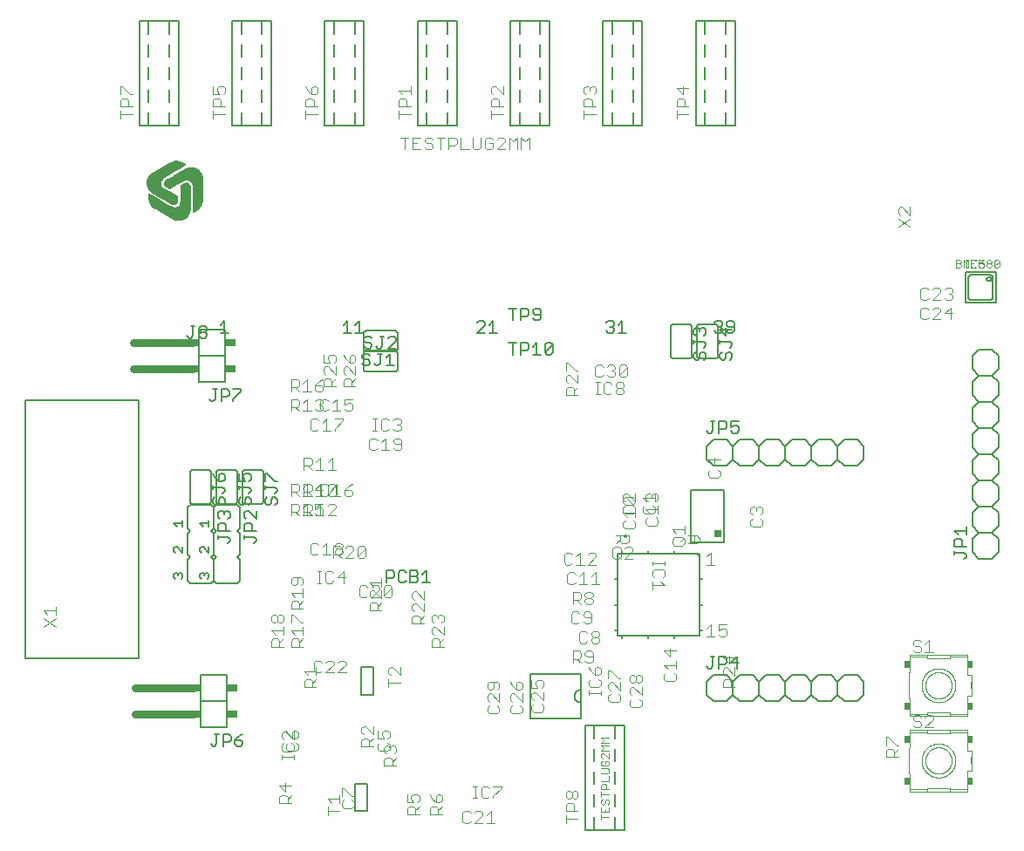
<source format=gbr>
G04 EAGLE Gerber RS-274X export*
G75*
%MOMM*%
%FSLAX34Y34*%
%LPD*%
%INSilkscreen Top*%
%IPPOS*%
%AMOC8*
5,1,8,0,0,1.08239X$1,22.5*%
G01*
%ADD10C,0.101600*%
%ADD11C,0.152400*%
%ADD12C,0.076200*%
%ADD13C,0.127000*%
%ADD14R,0.700000X0.800000*%
%ADD15C,0.350000*%
%ADD16R,0.549100X0.757000*%
%ADD17R,0.534300X0.771800*%
%ADD18R,0.534300X0.757000*%
%ADD19R,0.133600X0.756900*%
%ADD20R,0.549100X0.756900*%
%ADD21C,0.203200*%
%ADD22C,0.762000*%
%ADD23R,0.508000X0.762000*%
%ADD24R,1.016000X0.762000*%

G36*
X42256Y591858D02*
X42256Y591858D01*
X42260Y591861D01*
X42268Y591860D01*
X43584Y592241D01*
X43589Y592247D01*
X43601Y592249D01*
X45962Y593819D01*
X45964Y593822D01*
X45968Y593823D01*
X47539Y595163D01*
X47540Y595167D01*
X47545Y595169D01*
X48220Y595914D01*
X48221Y595919D01*
X48227Y595923D01*
X49317Y597696D01*
X49317Y597698D01*
X49319Y597700D01*
X50041Y599068D01*
X50041Y599071D01*
X50044Y599074D01*
X50241Y599588D01*
X50240Y599591D01*
X50243Y599595D01*
X50603Y601036D01*
X50602Y601037D01*
X50604Y601039D01*
X50792Y602033D01*
X50791Y602036D01*
X50793Y602039D01*
X50827Y602417D01*
X50825Y602419D01*
X50827Y602422D01*
X50840Y605287D01*
X50840Y605288D01*
X50840Y607996D01*
X50833Y609415D01*
X50819Y614761D01*
X50813Y618688D01*
X50812Y620210D01*
X50797Y623199D01*
X50783Y624666D01*
X50783Y624667D01*
X50783Y624669D01*
X50776Y624791D01*
X50772Y624796D01*
X50773Y624806D01*
X50280Y626434D01*
X50278Y626436D01*
X50278Y626441D01*
X49820Y627488D01*
X49815Y627491D01*
X49814Y627499D01*
X49568Y627846D01*
X49558Y627850D01*
X49545Y627866D01*
X48282Y628496D01*
X48277Y628496D01*
X48271Y628500D01*
X47253Y628785D01*
X47247Y628783D01*
X47239Y628787D01*
X46737Y628814D01*
X46728Y628809D01*
X46713Y628811D01*
X44426Y628038D01*
X44424Y628035D01*
X44418Y628035D01*
X42791Y627226D01*
X42790Y627224D01*
X42787Y627224D01*
X41728Y626608D01*
X40954Y626157D01*
X40951Y626150D01*
X40944Y626149D01*
X40931Y626120D01*
X40929Y626118D01*
X40929Y626116D01*
X40923Y626101D01*
X40927Y625900D01*
X40935Y617701D01*
X40925Y610374D01*
X40909Y610108D01*
X40336Y608290D01*
X39804Y607157D01*
X39468Y606634D01*
X38109Y605539D01*
X37095Y604980D01*
X36552Y604796D01*
X35061Y604813D01*
X33943Y604958D01*
X33387Y605095D01*
X27427Y608302D01*
X22162Y611340D01*
X16889Y614382D01*
X11832Y617347D01*
X10089Y618398D01*
X10086Y618398D01*
X10085Y618400D01*
X10033Y618402D01*
X9909Y618353D01*
X9906Y618347D01*
X9875Y618318D01*
X9854Y618266D01*
X9856Y618256D01*
X9849Y618239D01*
X9889Y617483D01*
X9862Y616834D01*
X9862Y616833D01*
X9862Y616832D01*
X9856Y616168D01*
X9851Y615532D01*
X9852Y615530D01*
X9851Y615528D01*
X10030Y612403D01*
X10032Y612401D01*
X10031Y612398D01*
X10222Y610998D01*
X10223Y610996D01*
X10223Y610995D01*
X10383Y610130D01*
X10388Y610125D01*
X10388Y610115D01*
X11534Y607634D01*
X11537Y607632D01*
X11538Y607626D01*
X12502Y606125D01*
X12505Y606124D01*
X12506Y606120D01*
X13153Y605305D01*
X13159Y605303D01*
X13163Y605295D01*
X14889Y603888D01*
X14892Y603888D01*
X14895Y603884D01*
X16139Y603085D01*
X16140Y603084D01*
X17215Y602423D01*
X17216Y602423D01*
X26858Y596768D01*
X26859Y596768D01*
X34576Y592297D01*
X34580Y592297D01*
X34583Y592294D01*
X34932Y592144D01*
X34940Y592146D01*
X34950Y592140D01*
X39428Y591643D01*
X39432Y591645D01*
X39439Y591643D01*
X42256Y591858D01*
G37*
G36*
X35739Y606864D02*
X35739Y606864D01*
X35748Y606871D01*
X35768Y606874D01*
X36945Y607653D01*
X36947Y607657D01*
X36955Y607660D01*
X37710Y608400D01*
X37711Y608406D01*
X37719Y608410D01*
X37993Y608832D01*
X37993Y608841D01*
X38002Y608854D01*
X38477Y611221D01*
X38475Y611225D01*
X38478Y611229D01*
X38591Y613043D01*
X38590Y613045D01*
X38591Y613047D01*
X38587Y614272D01*
X38583Y615168D01*
X38579Y615174D01*
X38582Y615181D01*
X38565Y615203D01*
X38564Y615211D01*
X38557Y615214D01*
X38551Y615223D01*
X38375Y615319D01*
X31270Y619413D01*
X24929Y623085D01*
X24707Y623232D01*
X23420Y624637D01*
X22704Y625664D01*
X22419Y626217D01*
X22150Y627942D01*
X22173Y629099D01*
X22285Y629661D01*
X23046Y630944D01*
X23730Y631840D01*
X24127Y632253D01*
X29885Y635811D01*
X35147Y638851D01*
X40419Y641896D01*
X45515Y644794D01*
X47297Y645778D01*
X47298Y645780D01*
X47301Y645780D01*
X47329Y645824D01*
X47347Y645956D01*
X47344Y645962D01*
X47334Y646003D01*
X47300Y646047D01*
X47290Y646051D01*
X47279Y646064D01*
X46604Y646409D01*
X46056Y646756D01*
X46055Y646756D01*
X46054Y646758D01*
X45482Y647095D01*
X44933Y647417D01*
X44931Y647417D01*
X44930Y647419D01*
X42134Y648826D01*
X42132Y648826D01*
X42130Y648828D01*
X40821Y649363D01*
X40820Y649362D01*
X40818Y649364D01*
X39989Y649657D01*
X39983Y649655D01*
X39974Y649660D01*
X37252Y649908D01*
X37248Y649906D01*
X37243Y649909D01*
X35461Y649824D01*
X35459Y649823D01*
X35455Y649824D01*
X34425Y649671D01*
X34421Y649667D01*
X34412Y649667D01*
X32331Y648876D01*
X32329Y648873D01*
X32324Y648873D01*
X31010Y648195D01*
X31010Y648194D01*
X31009Y648194D01*
X29899Y647594D01*
X29899Y647593D01*
X29898Y647593D01*
X20180Y642070D01*
X20179Y642070D01*
X12449Y637622D01*
X12447Y637619D01*
X12443Y637618D01*
X12139Y637390D01*
X12136Y637383D01*
X12126Y637377D01*
X9457Y633747D01*
X9456Y633742D01*
X9451Y633737D01*
X8229Y631191D01*
X8229Y631185D01*
X8224Y631179D01*
X7897Y629849D01*
X7899Y629841D01*
X7895Y629830D01*
X8074Y627000D01*
X8076Y626998D01*
X8074Y626993D01*
X8450Y624962D01*
X8452Y624960D01*
X8452Y624955D01*
X8759Y623997D01*
X8763Y623994D01*
X8764Y623987D01*
X9755Y622156D01*
X9756Y622155D01*
X9757Y622152D01*
X10580Y620843D01*
X10583Y620842D01*
X10584Y620840D01*
X10584Y620839D01*
X10584Y620837D01*
X10930Y620410D01*
X10934Y620409D01*
X10936Y620404D01*
X12004Y619373D01*
X12005Y619372D01*
X12006Y619370D01*
X12773Y618710D01*
X12776Y618710D01*
X12778Y618707D01*
X13088Y618489D01*
X13090Y618488D01*
X13092Y618486D01*
X15567Y617041D01*
X17913Y615687D01*
X19145Y614984D01*
X23782Y612322D01*
X27186Y610365D01*
X28504Y609605D01*
X28504Y609604D01*
X31100Y608123D01*
X32378Y607401D01*
X32379Y607401D01*
X32380Y607400D01*
X32490Y607345D01*
X32496Y607346D01*
X32504Y607340D01*
X34160Y606953D01*
X34164Y606954D01*
X34168Y606952D01*
X35303Y606824D01*
X35308Y606827D01*
X35316Y606824D01*
X35739Y606864D01*
G37*
G36*
X52933Y599213D02*
X52933Y599213D01*
X52941Y599220D01*
X52959Y599222D01*
X53594Y599635D01*
X54170Y599936D01*
X54170Y599937D01*
X54171Y599937D01*
X54750Y600264D01*
X55303Y600578D01*
X55304Y600580D01*
X55306Y600580D01*
X57923Y602297D01*
X57924Y602300D01*
X57927Y602300D01*
X59044Y603166D01*
X59044Y603168D01*
X59046Y603168D01*
X59715Y603740D01*
X59717Y603746D01*
X59725Y603751D01*
X61301Y605984D01*
X61301Y605988D01*
X61306Y605992D01*
X62124Y607577D01*
X62124Y607580D01*
X62126Y607583D01*
X62509Y608551D01*
X62508Y608557D01*
X62512Y608564D01*
X62867Y610763D01*
X62866Y610766D01*
X62868Y610770D01*
X62938Y612247D01*
X62938Y612248D01*
X62973Y613509D01*
X62973Y613510D01*
X62973Y613511D01*
X63049Y624689D01*
X63062Y633608D01*
X63060Y633611D01*
X63062Y633615D01*
X63017Y633992D01*
X63012Y633998D01*
X63012Y634010D01*
X61203Y638136D01*
X61198Y638139D01*
X61197Y638147D01*
X59603Y640478D01*
X59598Y640480D01*
X59595Y640488D01*
X58607Y641437D01*
X58599Y641438D01*
X58591Y641447D01*
X56051Y642708D01*
X56048Y642707D01*
X56045Y642710D01*
X54098Y643401D01*
X54095Y643400D01*
X54091Y643403D01*
X53108Y643615D01*
X53103Y643614D01*
X53096Y643617D01*
X51016Y643674D01*
X51014Y643673D01*
X51012Y643674D01*
X49466Y643616D01*
X49463Y643614D01*
X49459Y643615D01*
X48916Y643529D01*
X48913Y643526D01*
X48908Y643527D01*
X47481Y643118D01*
X47480Y643117D01*
X47477Y643117D01*
X46523Y642783D01*
X46521Y642780D01*
X46517Y642780D01*
X46173Y642621D01*
X46172Y642619D01*
X46168Y642619D01*
X43680Y641198D01*
X41335Y639843D01*
X41334Y639843D01*
X40109Y639128D01*
X35486Y636443D01*
X32088Y634474D01*
X30771Y633712D01*
X28190Y632205D01*
X26926Y631459D01*
X26926Y631458D01*
X26924Y631458D01*
X26821Y631390D01*
X26819Y631384D01*
X26810Y631381D01*
X25646Y630140D01*
X25646Y630136D01*
X25642Y630134D01*
X24964Y629214D01*
X24963Y629208D01*
X24957Y629203D01*
X24780Y628817D01*
X24782Y628806D01*
X24774Y628787D01*
X24860Y627378D01*
X24863Y627374D01*
X24862Y627366D01*
X25125Y626342D01*
X25129Y626338D01*
X25130Y626329D01*
X25357Y625881D01*
X25365Y625876D01*
X25372Y625862D01*
X27185Y624267D01*
X27189Y624267D01*
X27191Y624262D01*
X28706Y623257D01*
X28707Y623257D01*
X28709Y623255D01*
X29772Y622646D01*
X30549Y622201D01*
X30557Y622202D01*
X30562Y622196D01*
X30613Y622202D01*
X30784Y622306D01*
X37882Y626413D01*
X44232Y630067D01*
X44471Y630187D01*
X46332Y630599D01*
X47579Y630705D01*
X48200Y630676D01*
X49828Y630046D01*
X50819Y629448D01*
X51250Y629069D01*
X51981Y627770D01*
X52414Y626729D01*
X52574Y626179D01*
X52776Y619413D01*
X52778Y613335D01*
X52779Y607248D01*
X52741Y601386D01*
X52702Y599350D01*
X52703Y599348D01*
X52702Y599346D01*
X52726Y599300D01*
X52831Y599218D01*
X52837Y599217D01*
X52878Y599205D01*
X52933Y599213D01*
G37*
D10*
X491397Y315116D02*
X489448Y313167D01*
X489448Y309269D01*
X491397Y307320D01*
X499193Y307320D01*
X501142Y309269D01*
X501142Y313167D01*
X499193Y315116D01*
X493346Y319014D02*
X489448Y322912D01*
X501142Y322912D01*
X501142Y319014D02*
X501142Y326810D01*
X472347Y300404D02*
X470398Y298455D01*
X470398Y294557D01*
X472347Y292608D01*
X480143Y292608D01*
X482092Y294557D01*
X482092Y298455D01*
X480143Y300404D01*
X474296Y304302D02*
X470398Y308200D01*
X482092Y308200D01*
X482092Y304302D02*
X482092Y312098D01*
X480143Y315996D02*
X472347Y315996D01*
X470398Y317945D01*
X470398Y321843D01*
X472347Y323792D01*
X480143Y323792D01*
X482092Y321843D01*
X482092Y317945D01*
X480143Y315996D01*
X472347Y323792D01*
X422123Y250327D02*
X424072Y248378D01*
X422123Y250327D02*
X418225Y250327D01*
X416276Y248378D01*
X416276Y240582D01*
X418225Y238633D01*
X422123Y238633D01*
X424072Y240582D01*
X427970Y246429D02*
X431868Y250327D01*
X431868Y238633D01*
X427970Y238633D02*
X435766Y238633D01*
X439664Y246429D02*
X443562Y250327D01*
X443562Y238633D01*
X439664Y238633D02*
X447460Y238633D01*
X420897Y267428D02*
X418948Y269377D01*
X415050Y269377D01*
X413101Y267428D01*
X413101Y259632D01*
X415050Y257683D01*
X418948Y257683D01*
X420897Y259632D01*
X424795Y265479D02*
X428693Y269377D01*
X428693Y257683D01*
X424795Y257683D02*
X432591Y257683D01*
X436489Y257683D02*
X444285Y257683D01*
X436489Y257683D02*
X444285Y265479D01*
X444285Y267428D01*
X442336Y269377D01*
X438438Y269377D01*
X436489Y267428D01*
X492623Y301630D02*
X494572Y303579D01*
X492623Y301630D02*
X492623Y297732D01*
X494572Y295783D01*
X502368Y295783D01*
X504317Y297732D01*
X504317Y301630D01*
X502368Y303579D01*
X496521Y307477D02*
X492623Y311375D01*
X504317Y311375D01*
X504317Y307477D02*
X504317Y315273D01*
X494572Y319171D02*
X492623Y321120D01*
X492623Y325018D01*
X494572Y326967D01*
X496521Y326967D01*
X498470Y325018D01*
X498470Y323069D01*
X498470Y325018D02*
X500419Y326967D01*
X502368Y326967D01*
X504317Y325018D01*
X504317Y321120D01*
X502368Y319171D01*
X512035Y152610D02*
X510086Y150661D01*
X510086Y146763D01*
X512035Y144814D01*
X519831Y144814D01*
X521780Y146763D01*
X521780Y150661D01*
X519831Y152610D01*
X513984Y156508D02*
X510086Y160405D01*
X521780Y160405D01*
X521780Y156508D02*
X521780Y164303D01*
X521780Y174048D02*
X510086Y174048D01*
X515933Y168201D01*
X515933Y175997D01*
X470398Y313167D02*
X472347Y315116D01*
X470398Y313167D02*
X470398Y309269D01*
X472347Y307320D01*
X480143Y307320D01*
X482092Y309269D01*
X482092Y313167D01*
X480143Y315116D01*
X482092Y319014D02*
X482092Y326810D01*
X482092Y319014D02*
X474296Y326810D01*
X472347Y326810D01*
X470398Y324861D01*
X470398Y320963D01*
X472347Y319014D01*
X594223Y300467D02*
X596172Y302416D01*
X594223Y300467D02*
X594223Y296569D01*
X596172Y294620D01*
X603968Y294620D01*
X605917Y296569D01*
X605917Y300467D01*
X603968Y302416D01*
X596172Y306314D02*
X594223Y308263D01*
X594223Y312161D01*
X596172Y314110D01*
X598121Y314110D01*
X600070Y312161D01*
X600070Y310212D01*
X600070Y312161D02*
X602019Y314110D01*
X603968Y314110D01*
X605917Y312161D01*
X605917Y308263D01*
X603968Y306314D01*
X554897Y350041D02*
X552948Y348092D01*
X552948Y344194D01*
X554897Y342245D01*
X562693Y342245D01*
X564642Y344194D01*
X564642Y348092D01*
X562693Y350041D01*
X564642Y359786D02*
X552948Y359786D01*
X558795Y353939D01*
X558795Y361735D01*
X234222Y84929D02*
X232273Y82980D01*
X232273Y79082D01*
X234222Y77133D01*
X242018Y77133D01*
X243967Y79082D01*
X243967Y82980D01*
X242018Y84929D01*
X232273Y88827D02*
X232273Y96622D01*
X232273Y88827D02*
X238120Y88827D01*
X236171Y92724D01*
X236171Y94673D01*
X238120Y96622D01*
X242018Y96622D01*
X243967Y94673D01*
X243967Y90775D01*
X242018Y88827D01*
X145322Y84929D02*
X143373Y82980D01*
X143373Y79082D01*
X145322Y77133D01*
X153118Y77133D01*
X155067Y79082D01*
X155067Y82980D01*
X153118Y84929D01*
X145322Y92724D02*
X143373Y96622D01*
X145322Y92724D02*
X149220Y88827D01*
X153118Y88827D01*
X155067Y90775D01*
X155067Y94673D01*
X153118Y96622D01*
X151169Y96622D01*
X149220Y94673D01*
X149220Y88827D01*
X199297Y29366D02*
X197348Y27417D01*
X197348Y23519D01*
X199297Y21570D01*
X207093Y21570D01*
X209042Y23519D01*
X209042Y27417D01*
X207093Y29366D01*
X197348Y33264D02*
X197348Y41060D01*
X199297Y41060D01*
X207093Y33264D01*
X209042Y33264D01*
X433817Y193177D02*
X435766Y191228D01*
X433817Y193177D02*
X429919Y193177D01*
X427970Y191228D01*
X427970Y183432D01*
X429919Y181483D01*
X433817Y181483D01*
X435766Y183432D01*
X439664Y191228D02*
X441613Y193177D01*
X445511Y193177D01*
X447460Y191228D01*
X447460Y189279D01*
X445511Y187330D01*
X447460Y185381D01*
X447460Y183432D01*
X445511Y181483D01*
X441613Y181483D01*
X439664Y183432D01*
X439664Y185381D01*
X441613Y187330D01*
X439664Y189279D01*
X439664Y191228D01*
X441613Y187330D02*
X445511Y187330D01*
X427829Y210278D02*
X425880Y212227D01*
X421982Y212227D01*
X420033Y210278D01*
X420033Y202482D01*
X421982Y200533D01*
X425880Y200533D01*
X427829Y202482D01*
X431727Y202482D02*
X433675Y200533D01*
X437573Y200533D01*
X439522Y202482D01*
X439522Y210278D01*
X437573Y212227D01*
X433675Y212227D01*
X431727Y210278D01*
X431727Y208329D01*
X433675Y206380D01*
X439522Y206380D01*
D11*
X519811Y268478D02*
X519811Y271018D01*
X519811Y188722D02*
X519811Y186182D01*
X494919Y268478D02*
X494919Y271018D01*
X494919Y188722D02*
X494919Y186182D01*
X469773Y268478D02*
X469773Y271018D01*
X469773Y188722D02*
X469773Y186182D01*
X544703Y243586D02*
X547243Y243586D01*
X464947Y243586D02*
X462407Y243586D01*
X544703Y218694D02*
X547243Y218694D01*
X464947Y218694D02*
X462407Y218694D01*
X544703Y193548D02*
X547243Y193548D01*
X464947Y193548D02*
X462407Y193548D01*
X542417Y268478D02*
X544703Y266192D01*
X464947Y268478D02*
X464947Y188722D01*
X544703Y188722D01*
X544703Y268478D01*
X464947Y268478D01*
D12*
X533908Y286131D02*
X541873Y286131D01*
X545856Y282148D01*
X541873Y278166D01*
X533908Y278166D01*
X539882Y278166D02*
X539882Y286131D01*
X475752Y286131D02*
X463804Y286131D01*
X475752Y286131D02*
X475752Y280157D01*
X473761Y278166D01*
X469778Y278166D01*
X467787Y280157D01*
X467787Y286131D01*
X467787Y282148D02*
X463804Y278166D01*
X551434Y265648D02*
X555417Y269631D01*
X555417Y257683D01*
X559399Y257683D02*
X551434Y257683D01*
X555417Y199527D02*
X551434Y195544D01*
X555417Y199527D02*
X555417Y187579D01*
X559399Y187579D02*
X551434Y187579D01*
X563128Y199527D02*
X571093Y199527D01*
X563128Y199527D02*
X563128Y193553D01*
X567111Y195544D01*
X569102Y195544D01*
X571093Y193553D01*
X571093Y189570D01*
X569102Y187579D01*
X565119Y187579D01*
X563128Y189570D01*
X498856Y257002D02*
X498856Y260985D01*
X498856Y258994D02*
X510804Y258994D01*
X510804Y260985D02*
X510804Y257002D01*
X510804Y247215D02*
X508813Y245224D01*
X510804Y247215D02*
X510804Y251198D01*
X508813Y253189D01*
X500847Y253189D01*
X498856Y251198D01*
X498856Y247215D01*
X500847Y245224D01*
X506821Y241495D02*
X510804Y237512D01*
X498856Y237512D01*
X498856Y233530D02*
X498856Y241495D01*
D10*
X150622Y72668D02*
X150622Y68771D01*
X150622Y70719D02*
X138928Y70719D01*
X138928Y68771D02*
X138928Y72668D01*
X138928Y82413D02*
X140877Y84362D01*
X138928Y82413D02*
X138928Y78515D01*
X140877Y76566D01*
X148673Y76566D01*
X150622Y78515D01*
X150622Y82413D01*
X148673Y84362D01*
X150622Y88260D02*
X150622Y96056D01*
X150622Y88260D02*
X142826Y96056D01*
X140877Y96056D01*
X138928Y94107D01*
X138928Y90209D01*
X140877Y88260D01*
D11*
X809625Y422275D02*
X809625Y434975D01*
X815975Y441325D01*
X828675Y441325D01*
X835025Y434975D01*
X809625Y396875D02*
X815975Y390525D01*
X809625Y396875D02*
X809625Y409575D01*
X815975Y415925D01*
X828675Y415925D01*
X835025Y409575D01*
X835025Y396875D01*
X828675Y390525D01*
X815975Y415925D02*
X809625Y422275D01*
X828675Y415925D02*
X835025Y422275D01*
X835025Y434975D01*
X809625Y358775D02*
X809625Y346075D01*
X809625Y358775D02*
X815975Y365125D01*
X828675Y365125D01*
X835025Y358775D01*
X815975Y365125D02*
X809625Y371475D01*
X809625Y384175D01*
X815975Y390525D01*
X828675Y390525D01*
X835025Y384175D01*
X835025Y371475D01*
X828675Y365125D01*
X809625Y320675D02*
X815975Y314325D01*
X809625Y320675D02*
X809625Y333375D01*
X815975Y339725D01*
X828675Y339725D01*
X835025Y333375D01*
X835025Y320675D01*
X828675Y314325D01*
X815975Y339725D02*
X809625Y346075D01*
X828675Y339725D02*
X835025Y346075D01*
X835025Y358775D01*
X809625Y282575D02*
X809625Y269875D01*
X809625Y282575D02*
X815975Y288925D01*
X828675Y288925D01*
X835025Y282575D01*
X815975Y288925D02*
X809625Y295275D01*
X809625Y307975D01*
X815975Y314325D01*
X828675Y314325D01*
X835025Y307975D01*
X835025Y295275D01*
X828675Y288925D01*
X828675Y263525D02*
X815975Y263525D01*
X809625Y269875D01*
X828675Y263525D02*
X835025Y269875D01*
X835025Y282575D01*
X809625Y447675D02*
X809625Y460375D01*
X815975Y466725D01*
X828675Y466725D01*
X835025Y460375D01*
X815975Y441325D02*
X809625Y447675D01*
X828675Y441325D02*
X835025Y447675D01*
X835025Y460375D01*
D13*
X803402Y265305D02*
X801495Y263398D01*
X803402Y265305D02*
X803402Y267211D01*
X801495Y269118D01*
X791962Y269118D01*
X791962Y267211D02*
X791962Y271025D01*
X791962Y275092D02*
X803402Y275092D01*
X791962Y275092D02*
X791962Y280812D01*
X793869Y282718D01*
X797682Y282718D01*
X799589Y280812D01*
X799589Y275092D01*
X795776Y286786D02*
X791962Y290599D01*
X803402Y290599D01*
X803402Y286786D02*
X803402Y294412D01*
X83601Y494375D02*
X79788Y490562D01*
X83601Y494375D02*
X83601Y482935D01*
X79788Y482935D02*
X87415Y482935D01*
X49154Y477935D02*
X47247Y479842D01*
X49154Y477935D02*
X51060Y477935D01*
X52967Y479842D01*
X52967Y489375D01*
X51060Y489375D02*
X54874Y489375D01*
X58941Y487468D02*
X60848Y489375D01*
X64661Y489375D01*
X66568Y487468D01*
X66568Y485562D01*
X64661Y483655D01*
X66568Y481748D01*
X66568Y479842D01*
X64661Y477935D01*
X60848Y477935D01*
X58941Y479842D01*
X58941Y481748D01*
X60848Y483655D01*
X58941Y485562D01*
X58941Y487468D01*
X60848Y483655D02*
X64661Y483655D01*
X558941Y492468D02*
X560848Y494375D01*
X564661Y494375D01*
X566568Y492468D01*
X566568Y490562D01*
X564661Y488655D01*
X562754Y488655D01*
X564661Y488655D02*
X566568Y486748D01*
X566568Y484842D01*
X564661Y482935D01*
X560848Y482935D01*
X558941Y484842D01*
X570635Y484842D02*
X572542Y482935D01*
X576355Y482935D01*
X578262Y484842D01*
X578262Y492468D01*
X576355Y494375D01*
X572542Y494375D01*
X570635Y492468D01*
X570635Y490562D01*
X572542Y488655D01*
X578262Y488655D01*
X202754Y494375D02*
X198941Y490562D01*
X202754Y494375D02*
X202754Y482935D01*
X198941Y482935D02*
X206568Y482935D01*
X210635Y490562D02*
X214448Y494375D01*
X214448Y482935D01*
X210635Y482935D02*
X218262Y482935D01*
X328941Y482935D02*
X336568Y482935D01*
X328941Y482935D02*
X336568Y490562D01*
X336568Y492468D01*
X334661Y494375D01*
X330848Y494375D01*
X328941Y492468D01*
X340635Y490562D02*
X344448Y494375D01*
X344448Y482935D01*
X340635Y482935D02*
X348262Y482935D01*
X453941Y492468D02*
X455848Y494375D01*
X459661Y494375D01*
X461568Y492468D01*
X461568Y490562D01*
X459661Y488655D01*
X457754Y488655D01*
X459661Y488655D02*
X461568Y486748D01*
X461568Y484842D01*
X459661Y482935D01*
X455848Y482935D01*
X453941Y484842D01*
X465635Y490562D02*
X469448Y494375D01*
X469448Y482935D01*
X465635Y482935D02*
X473262Y482935D01*
X240635Y252075D02*
X240635Y240635D01*
X240635Y252075D02*
X246355Y252075D01*
X248262Y250168D01*
X248262Y246355D01*
X246355Y244448D01*
X240635Y244448D01*
X258049Y252075D02*
X259955Y250168D01*
X258049Y252075D02*
X254236Y252075D01*
X252329Y250168D01*
X252329Y242542D01*
X254236Y240635D01*
X258049Y240635D01*
X259955Y242542D01*
X264023Y240635D02*
X264023Y252075D01*
X269743Y252075D01*
X271649Y250168D01*
X271649Y248262D01*
X269743Y246355D01*
X271649Y244448D01*
X271649Y242542D01*
X269743Y240635D01*
X264023Y240635D01*
X264023Y246355D02*
X269743Y246355D01*
X275717Y248262D02*
X279530Y252075D01*
X279530Y240635D01*
X275717Y240635D02*
X283343Y240635D01*
X536450Y279800D02*
X536450Y329800D01*
X568450Y329800D01*
X568450Y279800D01*
X536450Y279800D01*
D14*
X562450Y287800D03*
D10*
X527993Y276308D02*
X520197Y276308D01*
X518248Y278257D01*
X518248Y282155D01*
X520197Y284104D01*
X527993Y284104D01*
X529942Y282155D01*
X529942Y278257D01*
X527993Y276308D01*
X526044Y280206D02*
X529942Y284104D01*
X522146Y288002D02*
X518248Y291900D01*
X529942Y291900D01*
X529942Y288002D02*
X529942Y295798D01*
D15*
X473075Y285750D03*
D10*
X460445Y273053D02*
X460445Y265257D01*
X460445Y273053D02*
X462394Y275002D01*
X466292Y275002D01*
X468241Y273053D01*
X468241Y265257D01*
X466292Y263308D01*
X462394Y263308D01*
X460445Y265257D01*
X464343Y267206D02*
X468241Y263308D01*
X472139Y263308D02*
X479935Y263308D01*
X472139Y263308D02*
X479935Y271104D01*
X479935Y273053D01*
X477986Y275002D01*
X474088Y275002D01*
X472139Y273053D01*
X172530Y138621D02*
X160836Y138621D01*
X160836Y144467D01*
X162785Y146416D01*
X166683Y146416D01*
X168632Y144467D01*
X168632Y138621D01*
X168632Y142518D02*
X172530Y146416D01*
X164734Y150314D02*
X160836Y154212D01*
X172530Y154212D01*
X172530Y150314D02*
X172530Y158110D01*
X216398Y81471D02*
X228092Y81471D01*
X216398Y81471D02*
X216398Y87317D01*
X218347Y89266D01*
X222245Y89266D01*
X224194Y87317D01*
X224194Y81471D01*
X224194Y85368D02*
X228092Y89266D01*
X228092Y93164D02*
X228092Y100960D01*
X228092Y93164D02*
X220296Y100960D01*
X218347Y100960D01*
X216398Y99011D01*
X216398Y95113D01*
X218347Y93164D01*
X238623Y62421D02*
X250317Y62421D01*
X238623Y62421D02*
X238623Y68267D01*
X240572Y70216D01*
X244470Y70216D01*
X246419Y68267D01*
X246419Y62421D01*
X246419Y66318D02*
X250317Y70216D01*
X240572Y74114D02*
X238623Y76063D01*
X238623Y79961D01*
X240572Y81910D01*
X242521Y81910D01*
X244470Y79961D01*
X244470Y78012D01*
X244470Y79961D02*
X246419Y81910D01*
X248368Y81910D01*
X250317Y79961D01*
X250317Y76063D01*
X248368Y74114D01*
X148717Y25908D02*
X137023Y25908D01*
X137023Y31755D01*
X138972Y33704D01*
X142870Y33704D01*
X144819Y31755D01*
X144819Y25908D01*
X144819Y29806D02*
X148717Y33704D01*
X148717Y43449D02*
X137023Y43449D01*
X142870Y37602D01*
X142870Y45398D01*
X260848Y15220D02*
X272542Y15220D01*
X260848Y15220D02*
X260848Y21067D01*
X262797Y23016D01*
X266695Y23016D01*
X268644Y21067D01*
X268644Y15220D01*
X268644Y19118D02*
X272542Y23016D01*
X260848Y26914D02*
X260848Y34710D01*
X260848Y26914D02*
X266695Y26914D01*
X264746Y30812D01*
X264746Y32761D01*
X266695Y34710D01*
X270593Y34710D01*
X272542Y32761D01*
X272542Y28863D01*
X270593Y26914D01*
X283073Y15220D02*
X294767Y15220D01*
X283073Y15220D02*
X283073Y21067D01*
X285022Y23016D01*
X288920Y23016D01*
X290869Y21067D01*
X290869Y15220D01*
X290869Y19118D02*
X294767Y23016D01*
X285022Y30812D02*
X283073Y34710D01*
X285022Y30812D02*
X288920Y26914D01*
X292818Y26914D01*
X294767Y28863D01*
X294767Y32761D01*
X292818Y34710D01*
X290869Y34710D01*
X288920Y32761D01*
X288920Y26914D01*
X725923Y70795D02*
X737617Y70795D01*
X725923Y70795D02*
X725923Y76642D01*
X727872Y78591D01*
X731770Y78591D01*
X733719Y76642D01*
X733719Y70795D01*
X733719Y74693D02*
X737617Y78591D01*
X725923Y82489D02*
X725923Y90285D01*
X727872Y90285D01*
X735668Y82489D01*
X737617Y82489D01*
X421620Y219583D02*
X421620Y231277D01*
X427467Y231277D01*
X429416Y229328D01*
X429416Y225430D01*
X427467Y223481D01*
X421620Y223481D01*
X425518Y223481D02*
X429416Y219583D01*
X433314Y229328D02*
X435263Y231277D01*
X439161Y231277D01*
X441110Y229328D01*
X441110Y227379D01*
X439161Y225430D01*
X441110Y223481D01*
X441110Y221532D01*
X439161Y219583D01*
X435263Y219583D01*
X433314Y221532D01*
X433314Y223481D01*
X435263Y225430D01*
X433314Y227379D01*
X433314Y229328D01*
X435263Y225430D02*
X439161Y225430D01*
X421620Y174127D02*
X421620Y162433D01*
X421620Y174127D02*
X427467Y174127D01*
X429416Y172178D01*
X429416Y168280D01*
X427467Y166331D01*
X421620Y166331D01*
X425518Y166331D02*
X429416Y162433D01*
X433314Y164382D02*
X435263Y162433D01*
X439161Y162433D01*
X441110Y164382D01*
X441110Y172178D01*
X439161Y174127D01*
X435263Y174127D01*
X433314Y172178D01*
X433314Y170229D01*
X435263Y168280D01*
X441110Y168280D01*
X749094Y170481D02*
X804306Y170481D01*
X804306Y150444D01*
X808462Y150444D01*
X808462Y130704D01*
X804306Y130704D01*
X804306Y110519D01*
X749094Y110519D01*
X749094Y127142D01*
X747906Y128330D01*
X747906Y152522D01*
X749094Y153710D01*
X749094Y170481D01*
X787386Y112894D02*
X803861Y112894D01*
X787386Y112894D02*
X787386Y113933D01*
X765865Y113933D01*
X765865Y111113D01*
X765420Y112894D02*
X749688Y112894D01*
X787386Y112894D02*
X787386Y110965D01*
X787386Y168106D02*
X803861Y168106D01*
X787386Y168106D02*
X787386Y167067D01*
X765865Y167067D01*
X765865Y169887D01*
X765420Y168106D02*
X749688Y168106D01*
X787386Y168106D02*
X787386Y170036D01*
X763936Y140500D02*
X763940Y140813D01*
X763951Y141126D01*
X763971Y141439D01*
X763997Y141751D01*
X764032Y142062D01*
X764074Y142373D01*
X764124Y142682D01*
X764181Y142990D01*
X764246Y143297D01*
X764319Y143601D01*
X764398Y143904D01*
X764486Y144205D01*
X764580Y144504D01*
X764682Y144800D01*
X764791Y145094D01*
X764908Y145385D01*
X765031Y145673D01*
X765161Y145957D01*
X765299Y146239D01*
X765443Y146517D01*
X765594Y146791D01*
X765752Y147062D01*
X765916Y147329D01*
X766087Y147591D01*
X766264Y147850D01*
X766448Y148104D01*
X766638Y148353D01*
X766833Y148597D01*
X767035Y148837D01*
X767242Y149072D01*
X767456Y149301D01*
X767674Y149526D01*
X767899Y149744D01*
X768128Y149958D01*
X768363Y150165D01*
X768603Y150367D01*
X768847Y150562D01*
X769096Y150752D01*
X769350Y150936D01*
X769609Y151113D01*
X769871Y151284D01*
X770138Y151448D01*
X770409Y151606D01*
X770683Y151757D01*
X770961Y151901D01*
X771243Y152039D01*
X771527Y152169D01*
X771815Y152292D01*
X772106Y152409D01*
X772400Y152518D01*
X772696Y152620D01*
X772995Y152714D01*
X773296Y152802D01*
X773599Y152881D01*
X773903Y152954D01*
X774210Y153019D01*
X774518Y153076D01*
X774827Y153126D01*
X775138Y153168D01*
X775449Y153203D01*
X775761Y153229D01*
X776074Y153249D01*
X776387Y153260D01*
X776700Y153264D01*
X777013Y153260D01*
X777326Y153249D01*
X777639Y153229D01*
X777951Y153203D01*
X778262Y153168D01*
X778573Y153126D01*
X778882Y153076D01*
X779190Y153019D01*
X779497Y152954D01*
X779801Y152881D01*
X780104Y152802D01*
X780405Y152714D01*
X780704Y152620D01*
X781000Y152518D01*
X781294Y152409D01*
X781585Y152292D01*
X781873Y152169D01*
X782157Y152039D01*
X782439Y151901D01*
X782717Y151757D01*
X782991Y151606D01*
X783262Y151448D01*
X783529Y151284D01*
X783791Y151113D01*
X784050Y150936D01*
X784304Y150752D01*
X784553Y150562D01*
X784797Y150367D01*
X785037Y150165D01*
X785272Y149958D01*
X785501Y149744D01*
X785726Y149526D01*
X785944Y149301D01*
X786158Y149072D01*
X786365Y148837D01*
X786567Y148597D01*
X786762Y148353D01*
X786952Y148104D01*
X787136Y147850D01*
X787313Y147591D01*
X787484Y147329D01*
X787648Y147062D01*
X787806Y146791D01*
X787957Y146517D01*
X788101Y146239D01*
X788239Y145957D01*
X788369Y145673D01*
X788492Y145385D01*
X788609Y145094D01*
X788718Y144800D01*
X788820Y144504D01*
X788914Y144205D01*
X789002Y143904D01*
X789081Y143601D01*
X789154Y143297D01*
X789219Y142990D01*
X789276Y142682D01*
X789326Y142373D01*
X789368Y142062D01*
X789403Y141751D01*
X789429Y141439D01*
X789449Y141126D01*
X789460Y140813D01*
X789464Y140500D01*
X789460Y140187D01*
X789449Y139874D01*
X789429Y139561D01*
X789403Y139249D01*
X789368Y138938D01*
X789326Y138627D01*
X789276Y138318D01*
X789219Y138010D01*
X789154Y137703D01*
X789081Y137399D01*
X789002Y137096D01*
X788914Y136795D01*
X788820Y136496D01*
X788718Y136200D01*
X788609Y135906D01*
X788492Y135615D01*
X788369Y135327D01*
X788239Y135043D01*
X788101Y134761D01*
X787957Y134483D01*
X787806Y134209D01*
X787648Y133938D01*
X787484Y133671D01*
X787313Y133409D01*
X787136Y133150D01*
X786952Y132896D01*
X786762Y132647D01*
X786567Y132403D01*
X786365Y132163D01*
X786158Y131928D01*
X785944Y131699D01*
X785726Y131474D01*
X785501Y131256D01*
X785272Y131042D01*
X785037Y130835D01*
X784797Y130633D01*
X784553Y130438D01*
X784304Y130248D01*
X784050Y130064D01*
X783791Y129887D01*
X783529Y129716D01*
X783262Y129552D01*
X782991Y129394D01*
X782717Y129243D01*
X782439Y129099D01*
X782157Y128961D01*
X781873Y128831D01*
X781585Y128708D01*
X781294Y128591D01*
X781000Y128482D01*
X780704Y128380D01*
X780405Y128286D01*
X780104Y128198D01*
X779801Y128119D01*
X779497Y128046D01*
X779190Y127981D01*
X778882Y127924D01*
X778573Y127874D01*
X778262Y127832D01*
X777951Y127797D01*
X777639Y127771D01*
X777326Y127751D01*
X777013Y127740D01*
X776700Y127736D01*
X776387Y127740D01*
X776074Y127751D01*
X775761Y127771D01*
X775449Y127797D01*
X775138Y127832D01*
X774827Y127874D01*
X774518Y127924D01*
X774210Y127981D01*
X773903Y128046D01*
X773599Y128119D01*
X773296Y128198D01*
X772995Y128286D01*
X772696Y128380D01*
X772400Y128482D01*
X772106Y128591D01*
X771815Y128708D01*
X771527Y128831D01*
X771243Y128961D01*
X770961Y129099D01*
X770683Y129243D01*
X770409Y129394D01*
X770138Y129552D01*
X769871Y129716D01*
X769609Y129887D01*
X769350Y130064D01*
X769096Y130248D01*
X768847Y130438D01*
X768603Y130633D01*
X768363Y130835D01*
X768128Y131042D01*
X767899Y131256D01*
X767674Y131474D01*
X767456Y131699D01*
X767242Y131928D01*
X767035Y132163D01*
X766833Y132403D01*
X766638Y132647D01*
X766448Y132896D01*
X766264Y133150D01*
X766087Y133409D01*
X765916Y133671D01*
X765752Y133938D01*
X765594Y134209D01*
X765443Y134483D01*
X765299Y134761D01*
X765161Y135043D01*
X765031Y135327D01*
X764908Y135615D01*
X764791Y135906D01*
X764682Y136200D01*
X764580Y136496D01*
X764486Y136795D01*
X764398Y137096D01*
X764319Y137399D01*
X764246Y137703D01*
X764181Y138010D01*
X764124Y138318D01*
X764074Y138627D01*
X764032Y138938D01*
X763997Y139249D01*
X763971Y139561D01*
X763951Y139874D01*
X763940Y140187D01*
X763936Y140500D01*
X760225Y140500D02*
X760230Y140904D01*
X760245Y141308D01*
X760270Y141712D01*
X760304Y142115D01*
X760349Y142517D01*
X760403Y142917D01*
X760468Y143317D01*
X760542Y143714D01*
X760625Y144110D01*
X760719Y144503D01*
X760822Y144894D01*
X760934Y145282D01*
X761057Y145668D01*
X761188Y146050D01*
X761329Y146429D01*
X761479Y146805D01*
X761638Y147176D01*
X761807Y147544D01*
X761984Y147907D01*
X762170Y148266D01*
X762365Y148620D01*
X762569Y148970D01*
X762781Y149314D01*
X763002Y149653D01*
X763230Y149986D01*
X763467Y150314D01*
X763712Y150636D01*
X763965Y150952D01*
X764225Y151261D01*
X764493Y151564D01*
X764768Y151860D01*
X765050Y152150D01*
X765340Y152432D01*
X765636Y152707D01*
X765939Y152975D01*
X766248Y153235D01*
X766564Y153488D01*
X766886Y153733D01*
X767214Y153970D01*
X767547Y154198D01*
X767886Y154419D01*
X768230Y154631D01*
X768580Y154835D01*
X768934Y155030D01*
X769293Y155216D01*
X769656Y155393D01*
X770024Y155562D01*
X770395Y155721D01*
X770771Y155871D01*
X771150Y156012D01*
X771532Y156143D01*
X771918Y156266D01*
X772306Y156378D01*
X772697Y156481D01*
X773090Y156575D01*
X773486Y156658D01*
X773883Y156732D01*
X774283Y156797D01*
X774683Y156851D01*
X775085Y156896D01*
X775488Y156930D01*
X775892Y156955D01*
X776296Y156970D01*
X776700Y156975D01*
X777104Y156970D01*
X777508Y156955D01*
X777912Y156930D01*
X778315Y156896D01*
X778717Y156851D01*
X779117Y156797D01*
X779517Y156732D01*
X779914Y156658D01*
X780310Y156575D01*
X780703Y156481D01*
X781094Y156378D01*
X781482Y156266D01*
X781868Y156143D01*
X782250Y156012D01*
X782629Y155871D01*
X783005Y155721D01*
X783376Y155562D01*
X783744Y155393D01*
X784107Y155216D01*
X784466Y155030D01*
X784820Y154835D01*
X785170Y154631D01*
X785514Y154419D01*
X785853Y154198D01*
X786186Y153970D01*
X786514Y153733D01*
X786836Y153488D01*
X787152Y153235D01*
X787461Y152975D01*
X787764Y152707D01*
X788060Y152432D01*
X788350Y152150D01*
X788632Y151860D01*
X788907Y151564D01*
X789175Y151261D01*
X789435Y150952D01*
X789688Y150636D01*
X789933Y150314D01*
X790170Y149986D01*
X790398Y149653D01*
X790619Y149314D01*
X790831Y148970D01*
X791035Y148620D01*
X791230Y148266D01*
X791416Y147907D01*
X791593Y147544D01*
X791762Y147176D01*
X791921Y146805D01*
X792071Y146429D01*
X792212Y146050D01*
X792343Y145668D01*
X792466Y145282D01*
X792578Y144894D01*
X792681Y144503D01*
X792775Y144110D01*
X792858Y143714D01*
X792932Y143317D01*
X792997Y142917D01*
X793051Y142517D01*
X793096Y142115D01*
X793130Y141712D01*
X793155Y141308D01*
X793170Y140904D01*
X793175Y140500D01*
X793170Y140096D01*
X793155Y139692D01*
X793130Y139288D01*
X793096Y138885D01*
X793051Y138483D01*
X792997Y138083D01*
X792932Y137683D01*
X792858Y137286D01*
X792775Y136890D01*
X792681Y136497D01*
X792578Y136106D01*
X792466Y135718D01*
X792343Y135332D01*
X792212Y134950D01*
X792071Y134571D01*
X791921Y134195D01*
X791762Y133824D01*
X791593Y133456D01*
X791416Y133093D01*
X791230Y132734D01*
X791035Y132380D01*
X790831Y132030D01*
X790619Y131686D01*
X790398Y131347D01*
X790170Y131014D01*
X789933Y130686D01*
X789688Y130364D01*
X789435Y130048D01*
X789175Y129739D01*
X788907Y129436D01*
X788632Y129140D01*
X788350Y128850D01*
X788060Y128568D01*
X787764Y128293D01*
X787461Y128025D01*
X787152Y127765D01*
X786836Y127512D01*
X786514Y127267D01*
X786186Y127030D01*
X785853Y126802D01*
X785514Y126581D01*
X785170Y126369D01*
X784820Y126165D01*
X784466Y125970D01*
X784107Y125784D01*
X783744Y125607D01*
X783376Y125438D01*
X783005Y125279D01*
X782629Y125129D01*
X782250Y124988D01*
X781868Y124857D01*
X781482Y124734D01*
X781094Y124622D01*
X780703Y124519D01*
X780310Y124425D01*
X779914Y124342D01*
X779517Y124268D01*
X779117Y124203D01*
X778717Y124149D01*
X778315Y124104D01*
X777912Y124070D01*
X777508Y124045D01*
X777104Y124030D01*
X776700Y124025D01*
X776296Y124030D01*
X775892Y124045D01*
X775488Y124070D01*
X775085Y124104D01*
X774683Y124149D01*
X774283Y124203D01*
X773883Y124268D01*
X773486Y124342D01*
X773090Y124425D01*
X772697Y124519D01*
X772306Y124622D01*
X771918Y124734D01*
X771532Y124857D01*
X771150Y124988D01*
X770771Y125129D01*
X770395Y125279D01*
X770024Y125438D01*
X769656Y125607D01*
X769293Y125784D01*
X768934Y125970D01*
X768580Y126165D01*
X768230Y126369D01*
X767886Y126581D01*
X767547Y126802D01*
X767214Y127030D01*
X766886Y127267D01*
X766564Y127512D01*
X766248Y127765D01*
X765939Y128025D01*
X765636Y128293D01*
X765340Y128568D01*
X765050Y128850D01*
X764768Y129140D01*
X764493Y129436D01*
X764225Y129739D01*
X763965Y130048D01*
X763712Y130364D01*
X763467Y130686D01*
X763230Y131014D01*
X763002Y131347D01*
X762781Y131686D01*
X762569Y132030D01*
X762365Y132380D01*
X762170Y132734D01*
X761984Y133093D01*
X761807Y133456D01*
X761638Y133824D01*
X761479Y134195D01*
X761329Y134571D01*
X761188Y134950D01*
X761057Y135332D01*
X760934Y135718D01*
X760822Y136106D01*
X760719Y136497D01*
X760625Y136890D01*
X760542Y137286D01*
X760468Y137683D01*
X760403Y138083D01*
X760349Y138483D01*
X760304Y138885D01*
X760270Y139288D01*
X760245Y139692D01*
X760230Y140096D01*
X760225Y140500D01*
D16*
X746200Y161056D03*
D17*
X746126Y120018D03*
D18*
X807275Y161056D03*
D19*
X809278Y140575D03*
D20*
X807201Y120093D03*
D10*
X759604Y182503D02*
X757655Y184452D01*
X753757Y184452D01*
X751808Y182503D01*
X751808Y180554D01*
X753757Y178605D01*
X757655Y178605D01*
X759604Y176656D01*
X759604Y174707D01*
X757655Y172758D01*
X753757Y172758D01*
X751808Y174707D01*
X763502Y180554D02*
X767400Y184452D01*
X767400Y172758D01*
X763502Y172758D02*
X771298Y172758D01*
X749094Y97456D02*
X804306Y97456D01*
X804306Y77419D01*
X808462Y77419D01*
X808462Y57679D01*
X804306Y57679D01*
X804306Y37494D01*
X749094Y37494D01*
X749094Y54117D01*
X747906Y55305D01*
X747906Y79497D01*
X749094Y80685D01*
X749094Y97456D01*
X787386Y39869D02*
X803861Y39869D01*
X787386Y39869D02*
X787386Y40908D01*
X765865Y40908D01*
X765865Y38088D01*
X765420Y39869D02*
X749688Y39869D01*
X787386Y39869D02*
X787386Y37940D01*
X787386Y95081D02*
X803861Y95081D01*
X787386Y95081D02*
X787386Y94042D01*
X765865Y94042D01*
X765865Y96862D01*
X765420Y95081D02*
X749688Y95081D01*
X787386Y95081D02*
X787386Y97011D01*
X763936Y67475D02*
X763940Y67788D01*
X763951Y68101D01*
X763971Y68414D01*
X763997Y68726D01*
X764032Y69037D01*
X764074Y69348D01*
X764124Y69657D01*
X764181Y69965D01*
X764246Y70272D01*
X764319Y70576D01*
X764398Y70879D01*
X764486Y71180D01*
X764580Y71479D01*
X764682Y71775D01*
X764791Y72069D01*
X764908Y72360D01*
X765031Y72648D01*
X765161Y72932D01*
X765299Y73214D01*
X765443Y73492D01*
X765594Y73766D01*
X765752Y74037D01*
X765916Y74304D01*
X766087Y74566D01*
X766264Y74825D01*
X766448Y75079D01*
X766638Y75328D01*
X766833Y75572D01*
X767035Y75812D01*
X767242Y76047D01*
X767456Y76276D01*
X767674Y76501D01*
X767899Y76719D01*
X768128Y76933D01*
X768363Y77140D01*
X768603Y77342D01*
X768847Y77537D01*
X769096Y77727D01*
X769350Y77911D01*
X769609Y78088D01*
X769871Y78259D01*
X770138Y78423D01*
X770409Y78581D01*
X770683Y78732D01*
X770961Y78876D01*
X771243Y79014D01*
X771527Y79144D01*
X771815Y79267D01*
X772106Y79384D01*
X772400Y79493D01*
X772696Y79595D01*
X772995Y79689D01*
X773296Y79777D01*
X773599Y79856D01*
X773903Y79929D01*
X774210Y79994D01*
X774518Y80051D01*
X774827Y80101D01*
X775138Y80143D01*
X775449Y80178D01*
X775761Y80204D01*
X776074Y80224D01*
X776387Y80235D01*
X776700Y80239D01*
X777013Y80235D01*
X777326Y80224D01*
X777639Y80204D01*
X777951Y80178D01*
X778262Y80143D01*
X778573Y80101D01*
X778882Y80051D01*
X779190Y79994D01*
X779497Y79929D01*
X779801Y79856D01*
X780104Y79777D01*
X780405Y79689D01*
X780704Y79595D01*
X781000Y79493D01*
X781294Y79384D01*
X781585Y79267D01*
X781873Y79144D01*
X782157Y79014D01*
X782439Y78876D01*
X782717Y78732D01*
X782991Y78581D01*
X783262Y78423D01*
X783529Y78259D01*
X783791Y78088D01*
X784050Y77911D01*
X784304Y77727D01*
X784553Y77537D01*
X784797Y77342D01*
X785037Y77140D01*
X785272Y76933D01*
X785501Y76719D01*
X785726Y76501D01*
X785944Y76276D01*
X786158Y76047D01*
X786365Y75812D01*
X786567Y75572D01*
X786762Y75328D01*
X786952Y75079D01*
X787136Y74825D01*
X787313Y74566D01*
X787484Y74304D01*
X787648Y74037D01*
X787806Y73766D01*
X787957Y73492D01*
X788101Y73214D01*
X788239Y72932D01*
X788369Y72648D01*
X788492Y72360D01*
X788609Y72069D01*
X788718Y71775D01*
X788820Y71479D01*
X788914Y71180D01*
X789002Y70879D01*
X789081Y70576D01*
X789154Y70272D01*
X789219Y69965D01*
X789276Y69657D01*
X789326Y69348D01*
X789368Y69037D01*
X789403Y68726D01*
X789429Y68414D01*
X789449Y68101D01*
X789460Y67788D01*
X789464Y67475D01*
X789460Y67162D01*
X789449Y66849D01*
X789429Y66536D01*
X789403Y66224D01*
X789368Y65913D01*
X789326Y65602D01*
X789276Y65293D01*
X789219Y64985D01*
X789154Y64678D01*
X789081Y64374D01*
X789002Y64071D01*
X788914Y63770D01*
X788820Y63471D01*
X788718Y63175D01*
X788609Y62881D01*
X788492Y62590D01*
X788369Y62302D01*
X788239Y62018D01*
X788101Y61736D01*
X787957Y61458D01*
X787806Y61184D01*
X787648Y60913D01*
X787484Y60646D01*
X787313Y60384D01*
X787136Y60125D01*
X786952Y59871D01*
X786762Y59622D01*
X786567Y59378D01*
X786365Y59138D01*
X786158Y58903D01*
X785944Y58674D01*
X785726Y58449D01*
X785501Y58231D01*
X785272Y58017D01*
X785037Y57810D01*
X784797Y57608D01*
X784553Y57413D01*
X784304Y57223D01*
X784050Y57039D01*
X783791Y56862D01*
X783529Y56691D01*
X783262Y56527D01*
X782991Y56369D01*
X782717Y56218D01*
X782439Y56074D01*
X782157Y55936D01*
X781873Y55806D01*
X781585Y55683D01*
X781294Y55566D01*
X781000Y55457D01*
X780704Y55355D01*
X780405Y55261D01*
X780104Y55173D01*
X779801Y55094D01*
X779497Y55021D01*
X779190Y54956D01*
X778882Y54899D01*
X778573Y54849D01*
X778262Y54807D01*
X777951Y54772D01*
X777639Y54746D01*
X777326Y54726D01*
X777013Y54715D01*
X776700Y54711D01*
X776387Y54715D01*
X776074Y54726D01*
X775761Y54746D01*
X775449Y54772D01*
X775138Y54807D01*
X774827Y54849D01*
X774518Y54899D01*
X774210Y54956D01*
X773903Y55021D01*
X773599Y55094D01*
X773296Y55173D01*
X772995Y55261D01*
X772696Y55355D01*
X772400Y55457D01*
X772106Y55566D01*
X771815Y55683D01*
X771527Y55806D01*
X771243Y55936D01*
X770961Y56074D01*
X770683Y56218D01*
X770409Y56369D01*
X770138Y56527D01*
X769871Y56691D01*
X769609Y56862D01*
X769350Y57039D01*
X769096Y57223D01*
X768847Y57413D01*
X768603Y57608D01*
X768363Y57810D01*
X768128Y58017D01*
X767899Y58231D01*
X767674Y58449D01*
X767456Y58674D01*
X767242Y58903D01*
X767035Y59138D01*
X766833Y59378D01*
X766638Y59622D01*
X766448Y59871D01*
X766264Y60125D01*
X766087Y60384D01*
X765916Y60646D01*
X765752Y60913D01*
X765594Y61184D01*
X765443Y61458D01*
X765299Y61736D01*
X765161Y62018D01*
X765031Y62302D01*
X764908Y62590D01*
X764791Y62881D01*
X764682Y63175D01*
X764580Y63471D01*
X764486Y63770D01*
X764398Y64071D01*
X764319Y64374D01*
X764246Y64678D01*
X764181Y64985D01*
X764124Y65293D01*
X764074Y65602D01*
X764032Y65913D01*
X763997Y66224D01*
X763971Y66536D01*
X763951Y66849D01*
X763940Y67162D01*
X763936Y67475D01*
X760225Y67475D02*
X760230Y67879D01*
X760245Y68283D01*
X760270Y68687D01*
X760304Y69090D01*
X760349Y69492D01*
X760403Y69892D01*
X760468Y70292D01*
X760542Y70689D01*
X760625Y71085D01*
X760719Y71478D01*
X760822Y71869D01*
X760934Y72257D01*
X761057Y72643D01*
X761188Y73025D01*
X761329Y73404D01*
X761479Y73780D01*
X761638Y74151D01*
X761807Y74519D01*
X761984Y74882D01*
X762170Y75241D01*
X762365Y75595D01*
X762569Y75945D01*
X762781Y76289D01*
X763002Y76628D01*
X763230Y76961D01*
X763467Y77289D01*
X763712Y77611D01*
X763965Y77927D01*
X764225Y78236D01*
X764493Y78539D01*
X764768Y78835D01*
X765050Y79125D01*
X765340Y79407D01*
X765636Y79682D01*
X765939Y79950D01*
X766248Y80210D01*
X766564Y80463D01*
X766886Y80708D01*
X767214Y80945D01*
X767547Y81173D01*
X767886Y81394D01*
X768230Y81606D01*
X768580Y81810D01*
X768934Y82005D01*
X769293Y82191D01*
X769656Y82368D01*
X770024Y82537D01*
X770395Y82696D01*
X770771Y82846D01*
X771150Y82987D01*
X771532Y83118D01*
X771918Y83241D01*
X772306Y83353D01*
X772697Y83456D01*
X773090Y83550D01*
X773486Y83633D01*
X773883Y83707D01*
X774283Y83772D01*
X774683Y83826D01*
X775085Y83871D01*
X775488Y83905D01*
X775892Y83930D01*
X776296Y83945D01*
X776700Y83950D01*
X777104Y83945D01*
X777508Y83930D01*
X777912Y83905D01*
X778315Y83871D01*
X778717Y83826D01*
X779117Y83772D01*
X779517Y83707D01*
X779914Y83633D01*
X780310Y83550D01*
X780703Y83456D01*
X781094Y83353D01*
X781482Y83241D01*
X781868Y83118D01*
X782250Y82987D01*
X782629Y82846D01*
X783005Y82696D01*
X783376Y82537D01*
X783744Y82368D01*
X784107Y82191D01*
X784466Y82005D01*
X784820Y81810D01*
X785170Y81606D01*
X785514Y81394D01*
X785853Y81173D01*
X786186Y80945D01*
X786514Y80708D01*
X786836Y80463D01*
X787152Y80210D01*
X787461Y79950D01*
X787764Y79682D01*
X788060Y79407D01*
X788350Y79125D01*
X788632Y78835D01*
X788907Y78539D01*
X789175Y78236D01*
X789435Y77927D01*
X789688Y77611D01*
X789933Y77289D01*
X790170Y76961D01*
X790398Y76628D01*
X790619Y76289D01*
X790831Y75945D01*
X791035Y75595D01*
X791230Y75241D01*
X791416Y74882D01*
X791593Y74519D01*
X791762Y74151D01*
X791921Y73780D01*
X792071Y73404D01*
X792212Y73025D01*
X792343Y72643D01*
X792466Y72257D01*
X792578Y71869D01*
X792681Y71478D01*
X792775Y71085D01*
X792858Y70689D01*
X792932Y70292D01*
X792997Y69892D01*
X793051Y69492D01*
X793096Y69090D01*
X793130Y68687D01*
X793155Y68283D01*
X793170Y67879D01*
X793175Y67475D01*
X793170Y67071D01*
X793155Y66667D01*
X793130Y66263D01*
X793096Y65860D01*
X793051Y65458D01*
X792997Y65058D01*
X792932Y64658D01*
X792858Y64261D01*
X792775Y63865D01*
X792681Y63472D01*
X792578Y63081D01*
X792466Y62693D01*
X792343Y62307D01*
X792212Y61925D01*
X792071Y61546D01*
X791921Y61170D01*
X791762Y60799D01*
X791593Y60431D01*
X791416Y60068D01*
X791230Y59709D01*
X791035Y59355D01*
X790831Y59005D01*
X790619Y58661D01*
X790398Y58322D01*
X790170Y57989D01*
X789933Y57661D01*
X789688Y57339D01*
X789435Y57023D01*
X789175Y56714D01*
X788907Y56411D01*
X788632Y56115D01*
X788350Y55825D01*
X788060Y55543D01*
X787764Y55268D01*
X787461Y55000D01*
X787152Y54740D01*
X786836Y54487D01*
X786514Y54242D01*
X786186Y54005D01*
X785853Y53777D01*
X785514Y53556D01*
X785170Y53344D01*
X784820Y53140D01*
X784466Y52945D01*
X784107Y52759D01*
X783744Y52582D01*
X783376Y52413D01*
X783005Y52254D01*
X782629Y52104D01*
X782250Y51963D01*
X781868Y51832D01*
X781482Y51709D01*
X781094Y51597D01*
X780703Y51494D01*
X780310Y51400D01*
X779914Y51317D01*
X779517Y51243D01*
X779117Y51178D01*
X778717Y51124D01*
X778315Y51079D01*
X777912Y51045D01*
X777508Y51020D01*
X777104Y51005D01*
X776700Y51000D01*
X776296Y51005D01*
X775892Y51020D01*
X775488Y51045D01*
X775085Y51079D01*
X774683Y51124D01*
X774283Y51178D01*
X773883Y51243D01*
X773486Y51317D01*
X773090Y51400D01*
X772697Y51494D01*
X772306Y51597D01*
X771918Y51709D01*
X771532Y51832D01*
X771150Y51963D01*
X770771Y52104D01*
X770395Y52254D01*
X770024Y52413D01*
X769656Y52582D01*
X769293Y52759D01*
X768934Y52945D01*
X768580Y53140D01*
X768230Y53344D01*
X767886Y53556D01*
X767547Y53777D01*
X767214Y54005D01*
X766886Y54242D01*
X766564Y54487D01*
X766248Y54740D01*
X765939Y55000D01*
X765636Y55268D01*
X765340Y55543D01*
X765050Y55825D01*
X764768Y56115D01*
X764493Y56411D01*
X764225Y56714D01*
X763965Y57023D01*
X763712Y57339D01*
X763467Y57661D01*
X763230Y57989D01*
X763002Y58322D01*
X762781Y58661D01*
X762569Y59005D01*
X762365Y59355D01*
X762170Y59709D01*
X761984Y60068D01*
X761807Y60431D01*
X761638Y60799D01*
X761479Y61170D01*
X761329Y61546D01*
X761188Y61925D01*
X761057Y62307D01*
X760934Y62693D01*
X760822Y63081D01*
X760719Y63472D01*
X760625Y63865D01*
X760542Y64261D01*
X760468Y64658D01*
X760403Y65058D01*
X760349Y65458D01*
X760304Y65860D01*
X760270Y66263D01*
X760245Y66667D01*
X760230Y67071D01*
X760225Y67475D01*
D16*
X746200Y88031D03*
D17*
X746126Y46993D03*
D18*
X807275Y88031D03*
D19*
X809278Y67550D03*
D20*
X807201Y47068D03*
D10*
X759604Y109478D02*
X757655Y111427D01*
X753757Y111427D01*
X751808Y109478D01*
X751808Y107529D01*
X753757Y105580D01*
X757655Y105580D01*
X759604Y103631D01*
X759604Y101682D01*
X757655Y99733D01*
X753757Y99733D01*
X751808Y101682D01*
X763502Y99733D02*
X771298Y99733D01*
X763502Y99733D02*
X771298Y107529D01*
X771298Y109478D01*
X769349Y111427D01*
X765451Y111427D01*
X763502Y109478D01*
D11*
X248920Y484823D02*
X220980Y484823D01*
X218440Y467043D02*
X218442Y466943D01*
X218448Y466844D01*
X218458Y466744D01*
X218471Y466646D01*
X218489Y466547D01*
X218510Y466450D01*
X218535Y466354D01*
X218564Y466258D01*
X218597Y466164D01*
X218633Y466071D01*
X218673Y465980D01*
X218717Y465890D01*
X218764Y465802D01*
X218814Y465716D01*
X218868Y465632D01*
X218925Y465550D01*
X218985Y465471D01*
X219049Y465393D01*
X219115Y465319D01*
X219184Y465247D01*
X219256Y465178D01*
X219330Y465112D01*
X219408Y465048D01*
X219487Y464988D01*
X219569Y464931D01*
X219653Y464877D01*
X219739Y464827D01*
X219827Y464780D01*
X219917Y464736D01*
X220008Y464696D01*
X220101Y464660D01*
X220195Y464627D01*
X220291Y464598D01*
X220387Y464573D01*
X220484Y464552D01*
X220583Y464534D01*
X220681Y464521D01*
X220781Y464511D01*
X220880Y464505D01*
X220980Y464503D01*
X248920Y464503D02*
X249020Y464505D01*
X249119Y464511D01*
X249219Y464521D01*
X249317Y464534D01*
X249416Y464552D01*
X249513Y464573D01*
X249609Y464598D01*
X249705Y464627D01*
X249799Y464660D01*
X249892Y464696D01*
X249983Y464736D01*
X250073Y464780D01*
X250161Y464827D01*
X250247Y464877D01*
X250331Y464931D01*
X250413Y464988D01*
X250492Y465048D01*
X250570Y465112D01*
X250644Y465178D01*
X250716Y465247D01*
X250785Y465319D01*
X250851Y465393D01*
X250915Y465471D01*
X250975Y465550D01*
X251032Y465632D01*
X251086Y465716D01*
X251136Y465802D01*
X251183Y465890D01*
X251227Y465980D01*
X251267Y466071D01*
X251303Y466164D01*
X251336Y466258D01*
X251365Y466354D01*
X251390Y466450D01*
X251411Y466547D01*
X251429Y466646D01*
X251442Y466744D01*
X251452Y466844D01*
X251458Y466943D01*
X251460Y467043D01*
X251460Y482283D02*
X251458Y482383D01*
X251452Y482482D01*
X251442Y482582D01*
X251429Y482680D01*
X251411Y482779D01*
X251390Y482876D01*
X251365Y482972D01*
X251336Y483068D01*
X251303Y483162D01*
X251267Y483255D01*
X251227Y483346D01*
X251183Y483436D01*
X251136Y483524D01*
X251086Y483610D01*
X251032Y483694D01*
X250975Y483776D01*
X250915Y483855D01*
X250851Y483933D01*
X250785Y484007D01*
X250716Y484079D01*
X250644Y484148D01*
X250570Y484214D01*
X250492Y484278D01*
X250413Y484338D01*
X250331Y484395D01*
X250247Y484449D01*
X250161Y484499D01*
X250073Y484546D01*
X249983Y484590D01*
X249892Y484630D01*
X249799Y484666D01*
X249705Y484699D01*
X249609Y484728D01*
X249513Y484753D01*
X249416Y484774D01*
X249317Y484792D01*
X249219Y484805D01*
X249119Y484815D01*
X249020Y484821D01*
X248920Y484823D01*
X220980Y484823D02*
X220880Y484821D01*
X220781Y484815D01*
X220681Y484805D01*
X220583Y484792D01*
X220484Y484774D01*
X220387Y484753D01*
X220291Y484728D01*
X220195Y484699D01*
X220101Y484666D01*
X220008Y484630D01*
X219917Y484590D01*
X219827Y484546D01*
X219739Y484499D01*
X219653Y484449D01*
X219569Y484395D01*
X219487Y484338D01*
X219408Y484278D01*
X219330Y484214D01*
X219256Y484148D01*
X219184Y484079D01*
X219115Y484007D01*
X219049Y483933D01*
X218985Y483855D01*
X218925Y483776D01*
X218868Y483694D01*
X218814Y483610D01*
X218764Y483524D01*
X218717Y483436D01*
X218673Y483346D01*
X218633Y483255D01*
X218597Y483162D01*
X218564Y483068D01*
X218535Y482972D01*
X218510Y482876D01*
X218489Y482779D01*
X218471Y482680D01*
X218458Y482582D01*
X218448Y482482D01*
X218442Y482383D01*
X218440Y482283D01*
X218440Y467043D01*
X251460Y467043D02*
X251460Y482283D01*
X248920Y464503D02*
X220980Y464503D01*
D13*
X222733Y462607D02*
X224640Y460701D01*
X222733Y462607D02*
X218920Y462607D01*
X217013Y460701D01*
X217013Y458794D01*
X218920Y456887D01*
X222733Y456887D01*
X224640Y454981D01*
X224640Y453074D01*
X222733Y451168D01*
X218920Y451168D01*
X217013Y453074D01*
X228707Y453074D02*
X230614Y451168D01*
X232520Y451168D01*
X234427Y453074D01*
X234427Y462607D01*
X232520Y462607D02*
X236334Y462607D01*
X240401Y458794D02*
X244214Y462607D01*
X244214Y451168D01*
X240401Y451168D02*
X248027Y451168D01*
D11*
X248920Y445453D02*
X220980Y445453D01*
X248920Y465773D02*
X249020Y465771D01*
X249119Y465765D01*
X249219Y465755D01*
X249317Y465742D01*
X249416Y465724D01*
X249513Y465703D01*
X249609Y465678D01*
X249705Y465649D01*
X249799Y465616D01*
X249892Y465580D01*
X249983Y465540D01*
X250073Y465496D01*
X250161Y465449D01*
X250247Y465399D01*
X250331Y465345D01*
X250413Y465288D01*
X250492Y465228D01*
X250570Y465164D01*
X250644Y465098D01*
X250716Y465029D01*
X250785Y464957D01*
X250851Y464883D01*
X250915Y464805D01*
X250975Y464726D01*
X251032Y464644D01*
X251086Y464560D01*
X251136Y464474D01*
X251183Y464386D01*
X251227Y464296D01*
X251267Y464205D01*
X251303Y464112D01*
X251336Y464018D01*
X251365Y463922D01*
X251390Y463826D01*
X251411Y463729D01*
X251429Y463630D01*
X251442Y463532D01*
X251452Y463432D01*
X251458Y463333D01*
X251460Y463233D01*
X220980Y465773D02*
X220880Y465771D01*
X220781Y465765D01*
X220681Y465755D01*
X220583Y465742D01*
X220484Y465724D01*
X220387Y465703D01*
X220291Y465678D01*
X220195Y465649D01*
X220101Y465616D01*
X220008Y465580D01*
X219917Y465540D01*
X219827Y465496D01*
X219739Y465449D01*
X219653Y465399D01*
X219569Y465345D01*
X219487Y465288D01*
X219408Y465228D01*
X219330Y465164D01*
X219256Y465098D01*
X219184Y465029D01*
X219115Y464957D01*
X219049Y464883D01*
X218985Y464805D01*
X218925Y464726D01*
X218868Y464644D01*
X218814Y464560D01*
X218764Y464474D01*
X218717Y464386D01*
X218673Y464296D01*
X218633Y464205D01*
X218597Y464112D01*
X218564Y464018D01*
X218535Y463922D01*
X218510Y463826D01*
X218489Y463729D01*
X218471Y463630D01*
X218458Y463532D01*
X218448Y463432D01*
X218442Y463333D01*
X218440Y463233D01*
X218440Y447993D02*
X218442Y447893D01*
X218448Y447794D01*
X218458Y447694D01*
X218471Y447596D01*
X218489Y447497D01*
X218510Y447400D01*
X218535Y447304D01*
X218564Y447208D01*
X218597Y447114D01*
X218633Y447021D01*
X218673Y446930D01*
X218717Y446840D01*
X218764Y446752D01*
X218814Y446666D01*
X218868Y446582D01*
X218925Y446500D01*
X218985Y446421D01*
X219049Y446343D01*
X219115Y446269D01*
X219184Y446197D01*
X219256Y446128D01*
X219330Y446062D01*
X219408Y445998D01*
X219487Y445938D01*
X219569Y445881D01*
X219653Y445827D01*
X219739Y445777D01*
X219827Y445730D01*
X219917Y445686D01*
X220008Y445646D01*
X220101Y445610D01*
X220195Y445577D01*
X220291Y445548D01*
X220387Y445523D01*
X220484Y445502D01*
X220583Y445484D01*
X220681Y445471D01*
X220781Y445461D01*
X220880Y445455D01*
X220980Y445453D01*
X248920Y445453D02*
X249020Y445455D01*
X249119Y445461D01*
X249219Y445471D01*
X249317Y445484D01*
X249416Y445502D01*
X249513Y445523D01*
X249609Y445548D01*
X249705Y445577D01*
X249799Y445610D01*
X249892Y445646D01*
X249983Y445686D01*
X250073Y445730D01*
X250161Y445777D01*
X250247Y445827D01*
X250331Y445881D01*
X250413Y445938D01*
X250492Y445998D01*
X250570Y446062D01*
X250644Y446128D01*
X250716Y446197D01*
X250785Y446269D01*
X250851Y446343D01*
X250915Y446421D01*
X250975Y446500D01*
X251032Y446582D01*
X251086Y446666D01*
X251136Y446752D01*
X251183Y446840D01*
X251227Y446930D01*
X251267Y447021D01*
X251303Y447114D01*
X251336Y447208D01*
X251365Y447304D01*
X251390Y447400D01*
X251411Y447497D01*
X251429Y447596D01*
X251442Y447694D01*
X251452Y447794D01*
X251458Y447893D01*
X251460Y447993D01*
X251460Y463233D01*
X218440Y463233D02*
X218440Y447993D01*
X220980Y465773D02*
X248920Y465773D01*
D13*
X226702Y477211D02*
X224795Y479117D01*
X220982Y479117D01*
X219075Y477211D01*
X219075Y475304D01*
X220982Y473397D01*
X224795Y473397D01*
X226702Y471491D01*
X226702Y469584D01*
X224795Y467678D01*
X220982Y467678D01*
X219075Y469584D01*
X230769Y469584D02*
X232676Y467678D01*
X234582Y467678D01*
X236489Y469584D01*
X236489Y479117D01*
X238395Y479117D02*
X234582Y479117D01*
X242463Y467678D02*
X250089Y467678D01*
X242463Y467678D02*
X250089Y475304D01*
X250089Y477211D01*
X248183Y479117D01*
X244370Y479117D01*
X242463Y477211D01*
D21*
X221930Y45270D02*
X209870Y45270D01*
X221930Y45270D02*
X221930Y18230D01*
X209870Y18230D01*
X209870Y45270D01*
D10*
X195392Y18656D02*
X183698Y18656D01*
X183698Y14758D02*
X183698Y22554D01*
X187596Y26452D02*
X183698Y30350D01*
X195392Y30350D01*
X195392Y26452D02*
X195392Y34248D01*
D21*
X216220Y130943D02*
X228280Y130943D01*
X216220Y130943D02*
X216220Y157983D01*
X228280Y157983D01*
X228280Y130943D01*
D10*
X242748Y142981D02*
X254442Y142981D01*
X242748Y139083D02*
X242748Y146879D01*
X254442Y150777D02*
X254442Y158572D01*
X254442Y150777D02*
X246646Y158572D01*
X244697Y158572D01*
X242748Y156623D01*
X242748Y152725D01*
X244697Y150777D01*
D13*
X0Y167100D02*
X0Y417100D01*
X0Y167100D02*
X-110000Y167100D01*
X-110000Y417100D01*
X0Y417100D01*
D12*
X-80381Y205446D02*
X-92329Y197481D01*
X-92329Y205446D02*
X-80381Y197481D01*
X-88346Y209175D02*
X-92329Y213158D01*
X-80381Y213158D01*
X-80381Y217140D02*
X-80381Y209175D01*
D10*
X227521Y387858D02*
X231418Y387858D01*
X229469Y387858D02*
X229469Y399552D01*
X227521Y399552D02*
X231418Y399552D01*
X241163Y399552D02*
X243112Y397603D01*
X241163Y399552D02*
X237265Y399552D01*
X235316Y397603D01*
X235316Y389807D01*
X237265Y387858D01*
X241163Y387858D01*
X243112Y389807D01*
X247010Y397603D02*
X248959Y399552D01*
X252857Y399552D01*
X254806Y397603D01*
X254806Y395654D01*
X252857Y393705D01*
X250908Y393705D01*
X252857Y393705D02*
X254806Y391756D01*
X254806Y389807D01*
X252857Y387858D01*
X248959Y387858D01*
X247010Y389807D01*
X160689Y336052D02*
X160689Y324358D01*
X160689Y336052D02*
X166536Y336052D01*
X168485Y334103D01*
X168485Y330205D01*
X166536Y328256D01*
X160689Y328256D01*
X164587Y328256D02*
X168485Y324358D01*
X172383Y332154D02*
X176280Y336052D01*
X176280Y324358D01*
X172383Y324358D02*
X180178Y324358D01*
X184076Y326307D02*
X184076Y334103D01*
X186025Y336052D01*
X189923Y336052D01*
X191872Y334103D01*
X191872Y326307D01*
X189923Y324358D01*
X186025Y324358D01*
X184076Y326307D01*
X191872Y334103D01*
X160689Y349758D02*
X160689Y361452D01*
X166536Y361452D01*
X168485Y359503D01*
X168485Y355605D01*
X166536Y353656D01*
X160689Y353656D01*
X164587Y353656D02*
X168485Y349758D01*
X172383Y357554D02*
X176280Y361452D01*
X176280Y349758D01*
X172383Y349758D02*
X180178Y349758D01*
X184076Y357554D02*
X187974Y361452D01*
X187974Y349758D01*
X184076Y349758D02*
X191872Y349758D01*
X160689Y317002D02*
X160689Y305308D01*
X160689Y317002D02*
X166536Y317002D01*
X168485Y315053D01*
X168485Y311155D01*
X166536Y309206D01*
X160689Y309206D01*
X164587Y309206D02*
X168485Y305308D01*
X172383Y313104D02*
X176280Y317002D01*
X176280Y305308D01*
X172383Y305308D02*
X180178Y305308D01*
X184076Y305308D02*
X191872Y305308D01*
X184076Y305308D02*
X191872Y313104D01*
X191872Y315053D01*
X189923Y317002D01*
X186025Y317002D01*
X184076Y315053D01*
X148146Y406908D02*
X148146Y418602D01*
X153992Y418602D01*
X155941Y416653D01*
X155941Y412755D01*
X153992Y410806D01*
X148146Y410806D01*
X152043Y410806D02*
X155941Y406908D01*
X159839Y414704D02*
X163737Y418602D01*
X163737Y406908D01*
X159839Y406908D02*
X167635Y406908D01*
X171533Y416653D02*
X173482Y418602D01*
X177380Y418602D01*
X179329Y416653D01*
X179329Y414704D01*
X177380Y412755D01*
X175431Y412755D01*
X177380Y412755D02*
X179329Y410806D01*
X179329Y408857D01*
X177380Y406908D01*
X173482Y406908D01*
X171533Y408857D01*
X148146Y336052D02*
X148146Y324358D01*
X148146Y336052D02*
X153992Y336052D01*
X155941Y334103D01*
X155941Y330205D01*
X153992Y328256D01*
X148146Y328256D01*
X152043Y328256D02*
X155941Y324358D01*
X159839Y332154D02*
X163737Y336052D01*
X163737Y324358D01*
X159839Y324358D02*
X167635Y324358D01*
X177380Y324358D02*
X177380Y336052D01*
X171533Y330205D01*
X179329Y330205D01*
X148146Y317002D02*
X148146Y305308D01*
X148146Y317002D02*
X153992Y317002D01*
X155941Y315053D01*
X155941Y311155D01*
X153992Y309206D01*
X148146Y309206D01*
X152043Y309206D02*
X155941Y305308D01*
X159839Y313104D02*
X163737Y317002D01*
X163737Y305308D01*
X159839Y305308D02*
X167635Y305308D01*
X171533Y317002D02*
X179329Y317002D01*
X171533Y317002D02*
X171533Y311155D01*
X175431Y313104D01*
X177380Y313104D01*
X179329Y311155D01*
X179329Y307257D01*
X177380Y305308D01*
X173482Y305308D01*
X171533Y307257D01*
X148146Y425958D02*
X148146Y437652D01*
X153992Y437652D01*
X155941Y435703D01*
X155941Y431805D01*
X153992Y429856D01*
X148146Y429856D01*
X152043Y429856D02*
X155941Y425958D01*
X159839Y433754D02*
X163737Y437652D01*
X163737Y425958D01*
X159839Y425958D02*
X167635Y425958D01*
X175431Y435703D02*
X179329Y437652D01*
X175431Y435703D02*
X171533Y431805D01*
X171533Y427907D01*
X173482Y425958D01*
X177380Y425958D01*
X179329Y427907D01*
X179329Y429856D01*
X177380Y431805D01*
X171533Y431805D01*
X182567Y418602D02*
X184516Y416653D01*
X182567Y418602D02*
X178669Y418602D01*
X176721Y416653D01*
X176721Y408857D01*
X178669Y406908D01*
X182567Y406908D01*
X184516Y408857D01*
X188414Y414704D02*
X192312Y418602D01*
X192312Y406908D01*
X188414Y406908D02*
X196210Y406908D01*
X200108Y418602D02*
X207904Y418602D01*
X200108Y418602D02*
X200108Y412755D01*
X204006Y414704D01*
X205955Y414704D01*
X207904Y412755D01*
X207904Y408857D01*
X205955Y406908D01*
X202057Y406908D01*
X200108Y408857D01*
X182567Y336052D02*
X184516Y334103D01*
X182567Y336052D02*
X178669Y336052D01*
X176721Y334103D01*
X176721Y326307D01*
X178669Y324358D01*
X182567Y324358D01*
X184516Y326307D01*
X188414Y332154D02*
X192312Y336052D01*
X192312Y324358D01*
X188414Y324358D02*
X196210Y324358D01*
X204006Y334103D02*
X207904Y336052D01*
X204006Y334103D02*
X200108Y330205D01*
X200108Y326307D01*
X202057Y324358D01*
X205955Y324358D01*
X207904Y326307D01*
X207904Y328256D01*
X205955Y330205D01*
X200108Y330205D01*
X174835Y397603D02*
X172886Y399552D01*
X168988Y399552D01*
X167039Y397603D01*
X167039Y389807D01*
X168988Y387858D01*
X172886Y387858D01*
X174835Y389807D01*
X178733Y395654D02*
X182630Y399552D01*
X182630Y387858D01*
X178733Y387858D02*
X186528Y387858D01*
X190426Y399552D02*
X198222Y399552D01*
X198222Y397603D01*
X190426Y389807D01*
X190426Y387858D01*
X172886Y278902D02*
X174835Y276953D01*
X172886Y278902D02*
X168988Y278902D01*
X167039Y276953D01*
X167039Y269157D01*
X168988Y267208D01*
X172886Y267208D01*
X174835Y269157D01*
X178733Y275004D02*
X182630Y278902D01*
X182630Y267208D01*
X178733Y267208D02*
X186528Y267208D01*
X190426Y276953D02*
X192375Y278902D01*
X196273Y278902D01*
X198222Y276953D01*
X198222Y275004D01*
X196273Y273055D01*
X198222Y271106D01*
X198222Y269157D01*
X196273Y267208D01*
X192375Y267208D01*
X190426Y269157D01*
X190426Y271106D01*
X192375Y273055D01*
X190426Y275004D01*
X190426Y276953D01*
X192375Y273055D02*
X196273Y273055D01*
X231985Y378553D02*
X230036Y380502D01*
X226138Y380502D01*
X224189Y378553D01*
X224189Y370757D01*
X226138Y368808D01*
X230036Y368808D01*
X231985Y370757D01*
X235883Y376604D02*
X239780Y380502D01*
X239780Y368808D01*
X235883Y368808D02*
X243678Y368808D01*
X247576Y370757D02*
X249525Y368808D01*
X253423Y368808D01*
X255372Y370757D01*
X255372Y378553D01*
X253423Y380502D01*
X249525Y380502D01*
X247576Y378553D01*
X247576Y376604D01*
X249525Y374655D01*
X255372Y374655D01*
X177443Y239903D02*
X173546Y239903D01*
X175494Y239903D02*
X175494Y251597D01*
X173546Y251597D02*
X177443Y251597D01*
X187188Y251597D02*
X189137Y249648D01*
X187188Y251597D02*
X183290Y251597D01*
X181341Y249648D01*
X181341Y241852D01*
X183290Y239903D01*
X187188Y239903D01*
X189137Y241852D01*
X198882Y239903D02*
X198882Y251597D01*
X193035Y245750D01*
X200831Y245750D01*
X159830Y178151D02*
X148136Y178151D01*
X148136Y183998D01*
X150085Y185947D01*
X153983Y185947D01*
X155932Y183998D01*
X155932Y178151D01*
X155932Y182049D02*
X159830Y185947D01*
X152034Y189845D02*
X148136Y193743D01*
X159830Y193743D01*
X159830Y189845D02*
X159830Y197641D01*
X148136Y201539D02*
X148136Y209335D01*
X150085Y209335D01*
X157881Y201539D01*
X159830Y201539D01*
X140780Y178151D02*
X129086Y178151D01*
X129086Y183998D01*
X131035Y185947D01*
X134933Y185947D01*
X136882Y183998D01*
X136882Y178151D01*
X136882Y182049D02*
X140780Y185947D01*
X132984Y189845D02*
X129086Y193743D01*
X140780Y193743D01*
X140780Y189845D02*
X140780Y197641D01*
X131035Y201539D02*
X129086Y203488D01*
X129086Y207386D01*
X131035Y209335D01*
X132984Y209335D01*
X134933Y207386D01*
X136882Y209335D01*
X138831Y209335D01*
X140780Y207386D01*
X140780Y203488D01*
X138831Y201539D01*
X136882Y201539D01*
X134933Y203488D01*
X132984Y201539D01*
X131035Y201539D01*
X134933Y203488D02*
X134933Y207386D01*
X148136Y214664D02*
X159830Y214664D01*
X148136Y214664D02*
X148136Y220511D01*
X150085Y222460D01*
X153983Y222460D01*
X155932Y220511D01*
X155932Y214664D01*
X155932Y218562D02*
X159830Y222460D01*
X152034Y226358D02*
X148136Y230255D01*
X159830Y230255D01*
X159830Y226358D02*
X159830Y234153D01*
X157881Y238051D02*
X159830Y240000D01*
X159830Y243898D01*
X157881Y245847D01*
X150085Y245847D01*
X148136Y243898D01*
X148136Y240000D01*
X150085Y238051D01*
X152034Y238051D01*
X153983Y240000D01*
X153983Y245847D01*
X189421Y264033D02*
X189421Y275727D01*
X195267Y275727D01*
X197216Y273778D01*
X197216Y269880D01*
X195267Y267931D01*
X189421Y267931D01*
X193318Y267931D02*
X197216Y264033D01*
X201114Y264033D02*
X208910Y264033D01*
X201114Y264033D02*
X208910Y271829D01*
X208910Y273778D01*
X206961Y275727D01*
X203063Y275727D01*
X201114Y273778D01*
X212808Y273778D02*
X212808Y265982D01*
X212808Y273778D02*
X214757Y275727D01*
X218655Y275727D01*
X220604Y273778D01*
X220604Y265982D01*
X218655Y264033D01*
X214757Y264033D01*
X212808Y265982D01*
X220604Y273778D01*
X224336Y213233D02*
X236030Y213233D01*
X224336Y213233D02*
X224336Y219080D01*
X226285Y221029D01*
X230183Y221029D01*
X232132Y219080D01*
X232132Y213233D01*
X232132Y217131D02*
X236030Y221029D01*
X236030Y224927D02*
X236030Y232723D01*
X236030Y224927D02*
X228234Y232723D01*
X226285Y232723D01*
X224336Y230774D01*
X224336Y226876D01*
X226285Y224927D01*
X228234Y236621D02*
X224336Y240519D01*
X236030Y240519D01*
X236030Y236621D02*
X236030Y244417D01*
X265611Y200533D02*
X277305Y200533D01*
X265611Y200533D02*
X265611Y206380D01*
X267560Y208329D01*
X271458Y208329D01*
X273407Y206380D01*
X273407Y200533D01*
X273407Y204431D02*
X277305Y208329D01*
X277305Y212227D02*
X277305Y220023D01*
X277305Y212227D02*
X269509Y220023D01*
X267560Y220023D01*
X265611Y218074D01*
X265611Y214176D01*
X267560Y212227D01*
X277305Y223921D02*
X277305Y231717D01*
X277305Y223921D02*
X269509Y231717D01*
X267560Y231717D01*
X265611Y229768D01*
X265611Y225870D01*
X267560Y223921D01*
X284661Y178151D02*
X296355Y178151D01*
X284661Y178151D02*
X284661Y183998D01*
X286610Y185947D01*
X290508Y185947D01*
X292457Y183998D01*
X292457Y178151D01*
X292457Y182049D02*
X296355Y185947D01*
X296355Y189845D02*
X296355Y197641D01*
X296355Y189845D02*
X288559Y197641D01*
X286610Y197641D01*
X284661Y195692D01*
X284661Y191794D01*
X286610Y189845D01*
X286610Y201539D02*
X284661Y203488D01*
X284661Y207386D01*
X286610Y209335D01*
X288559Y209335D01*
X290508Y207386D01*
X290508Y205437D01*
X290508Y207386D02*
X292457Y209335D01*
X294406Y209335D01*
X296355Y207386D01*
X296355Y203488D01*
X294406Y201539D01*
X222460Y235678D02*
X220511Y237627D01*
X216613Y237627D01*
X214664Y235678D01*
X214664Y227882D01*
X216613Y225933D01*
X220511Y225933D01*
X222460Y227882D01*
X226358Y225933D02*
X234153Y225933D01*
X226358Y225933D02*
X234153Y233729D01*
X234153Y235678D01*
X232204Y237627D01*
X228306Y237627D01*
X226358Y235678D01*
X238051Y235678D02*
X238051Y227882D01*
X238051Y235678D02*
X240000Y237627D01*
X243898Y237627D01*
X245847Y235678D01*
X245847Y227882D01*
X243898Y225933D01*
X240000Y225933D01*
X238051Y227882D01*
X245847Y235678D01*
X737398Y585508D02*
X749092Y593304D01*
X749092Y585508D02*
X737398Y593304D01*
X749092Y597202D02*
X749092Y604998D01*
X749092Y597202D02*
X741296Y604998D01*
X739347Y604998D01*
X737398Y603049D01*
X737398Y599151D01*
X739347Y597202D01*
D13*
X270950Y684200D02*
X270950Y785800D01*
X309050Y785800D01*
X309050Y684200D01*
X270950Y684200D01*
X280000Y685000D02*
X280000Y697000D01*
X280000Y707000D02*
X280000Y719000D01*
X280000Y729000D02*
X280000Y741000D01*
X280000Y751000D02*
X280000Y763000D01*
X280000Y773000D02*
X280000Y785000D01*
X300000Y697000D02*
X300000Y685000D01*
X300000Y707000D02*
X300000Y719000D01*
X300000Y729000D02*
X300000Y741000D01*
X300000Y751000D02*
X300000Y763000D01*
X300000Y773000D02*
X300000Y785000D01*
D10*
X264092Y694956D02*
X252398Y694956D01*
X252398Y691058D02*
X252398Y698854D01*
X252398Y702752D02*
X264092Y702752D01*
X252398Y702752D02*
X252398Y708599D01*
X254347Y710548D01*
X258245Y710548D01*
X260194Y708599D01*
X260194Y702752D01*
X256296Y714446D02*
X252398Y718344D01*
X264092Y718344D01*
X264092Y714446D02*
X264092Y722242D01*
X258406Y672602D02*
X258406Y660908D01*
X254508Y672602D02*
X262304Y672602D01*
X266202Y672602D02*
X273998Y672602D01*
X266202Y672602D02*
X266202Y660908D01*
X273998Y660908D01*
X270100Y666755D02*
X266202Y666755D01*
X283743Y672602D02*
X285692Y670653D01*
X283743Y672602D02*
X279845Y672602D01*
X277896Y670653D01*
X277896Y668704D01*
X279845Y666755D01*
X283743Y666755D01*
X285692Y664806D01*
X285692Y662857D01*
X283743Y660908D01*
X279845Y660908D01*
X277896Y662857D01*
X293488Y660908D02*
X293488Y672602D01*
X289590Y672602D02*
X297386Y672602D01*
X301284Y672602D02*
X301284Y660908D01*
X301284Y672602D02*
X307131Y672602D01*
X309080Y670653D01*
X309080Y666755D01*
X307131Y664806D01*
X301284Y664806D01*
X312978Y660908D02*
X312978Y672602D01*
X312978Y660908D02*
X320774Y660908D01*
X324672Y662857D02*
X324672Y672602D01*
X324672Y662857D02*
X326621Y660908D01*
X330519Y660908D01*
X332468Y662857D01*
X332468Y672602D01*
X342213Y672602D02*
X344162Y670653D01*
X342213Y672602D02*
X338315Y672602D01*
X336366Y670653D01*
X336366Y662857D01*
X338315Y660908D01*
X342213Y660908D01*
X344162Y662857D01*
X344162Y666755D01*
X340264Y666755D01*
X348060Y660908D02*
X355856Y660908D01*
X348060Y660908D02*
X355856Y668704D01*
X355856Y670653D01*
X353907Y672602D01*
X350009Y672602D01*
X348060Y670653D01*
X359754Y672602D02*
X359754Y660908D01*
X363652Y668704D02*
X359754Y672602D01*
X363652Y668704D02*
X367550Y672602D01*
X367550Y660908D01*
X371448Y660908D02*
X371448Y672602D01*
X375346Y668704D01*
X379244Y672602D01*
X379244Y660908D01*
D13*
X360950Y684200D02*
X360950Y785800D01*
X399050Y785800D01*
X399050Y684200D01*
X360950Y684200D01*
X370000Y685000D02*
X370000Y697000D01*
X370000Y707000D02*
X370000Y719000D01*
X370000Y729000D02*
X370000Y741000D01*
X370000Y751000D02*
X370000Y763000D01*
X370000Y773000D02*
X370000Y785000D01*
X390000Y697000D02*
X390000Y685000D01*
X390000Y707000D02*
X390000Y719000D01*
X390000Y729000D02*
X390000Y741000D01*
X390000Y751000D02*
X390000Y763000D01*
X390000Y773000D02*
X390000Y785000D01*
D10*
X354092Y694956D02*
X342398Y694956D01*
X342398Y691058D02*
X342398Y698854D01*
X342398Y702752D02*
X354092Y702752D01*
X342398Y702752D02*
X342398Y708599D01*
X344347Y710548D01*
X348245Y710548D01*
X350194Y708599D01*
X350194Y702752D01*
X354092Y714446D02*
X354092Y722242D01*
X354092Y714446D02*
X346296Y722242D01*
X344347Y722242D01*
X342398Y720293D01*
X342398Y716395D01*
X344347Y714446D01*
X258406Y672602D02*
X258406Y660908D01*
X254508Y672602D02*
X262304Y672602D01*
X266202Y672602D02*
X273998Y672602D01*
X266202Y672602D02*
X266202Y660908D01*
X273998Y660908D01*
X270100Y666755D02*
X266202Y666755D01*
X283743Y672602D02*
X285692Y670653D01*
X283743Y672602D02*
X279845Y672602D01*
X277896Y670653D01*
X277896Y668704D01*
X279845Y666755D01*
X283743Y666755D01*
X285692Y664806D01*
X285692Y662857D01*
X283743Y660908D01*
X279845Y660908D01*
X277896Y662857D01*
X293488Y660908D02*
X293488Y672602D01*
X289590Y672602D02*
X297386Y672602D01*
X301284Y672602D02*
X301284Y660908D01*
X301284Y672602D02*
X307131Y672602D01*
X309080Y670653D01*
X309080Y666755D01*
X307131Y664806D01*
X301284Y664806D01*
X312978Y660908D02*
X312978Y672602D01*
X312978Y660908D02*
X320774Y660908D01*
X324672Y662857D02*
X324672Y672602D01*
X324672Y662857D02*
X326621Y660908D01*
X330519Y660908D01*
X332468Y662857D01*
X332468Y672602D01*
X342213Y672602D02*
X344162Y670653D01*
X342213Y672602D02*
X338315Y672602D01*
X336366Y670653D01*
X336366Y662857D01*
X338315Y660908D01*
X342213Y660908D01*
X344162Y662857D01*
X344162Y666755D01*
X340264Y666755D01*
X348060Y660908D02*
X355856Y660908D01*
X348060Y660908D02*
X355856Y668704D01*
X355856Y670653D01*
X353907Y672602D01*
X350009Y672602D01*
X348060Y670653D01*
X359754Y672602D02*
X359754Y660908D01*
X363652Y668704D02*
X359754Y672602D01*
X363652Y668704D02*
X367550Y672602D01*
X367550Y660908D01*
X371448Y660908D02*
X371448Y672602D01*
X375346Y668704D01*
X379244Y672602D01*
X379244Y660908D01*
D13*
X450950Y684200D02*
X450950Y785800D01*
X489050Y785800D01*
X489050Y684200D01*
X450950Y684200D01*
X460000Y685000D02*
X460000Y697000D01*
X460000Y707000D02*
X460000Y719000D01*
X460000Y729000D02*
X460000Y741000D01*
X460000Y751000D02*
X460000Y763000D01*
X460000Y773000D02*
X460000Y785000D01*
X480000Y697000D02*
X480000Y685000D01*
X480000Y707000D02*
X480000Y719000D01*
X480000Y729000D02*
X480000Y741000D01*
X480000Y751000D02*
X480000Y763000D01*
X480000Y773000D02*
X480000Y785000D01*
D10*
X444092Y694956D02*
X432398Y694956D01*
X432398Y691058D02*
X432398Y698854D01*
X432398Y702752D02*
X444092Y702752D01*
X432398Y702752D02*
X432398Y708599D01*
X434347Y710548D01*
X438245Y710548D01*
X440194Y708599D01*
X440194Y702752D01*
X434347Y714446D02*
X432398Y716395D01*
X432398Y720293D01*
X434347Y722242D01*
X436296Y722242D01*
X438245Y720293D01*
X438245Y718344D01*
X438245Y720293D02*
X440194Y722242D01*
X442143Y722242D01*
X444092Y720293D01*
X444092Y716395D01*
X442143Y714446D01*
X258406Y672602D02*
X258406Y660908D01*
X254508Y672602D02*
X262304Y672602D01*
X266202Y672602D02*
X273998Y672602D01*
X266202Y672602D02*
X266202Y660908D01*
X273998Y660908D01*
X270100Y666755D02*
X266202Y666755D01*
X283743Y672602D02*
X285692Y670653D01*
X283743Y672602D02*
X279845Y672602D01*
X277896Y670653D01*
X277896Y668704D01*
X279845Y666755D01*
X283743Y666755D01*
X285692Y664806D01*
X285692Y662857D01*
X283743Y660908D01*
X279845Y660908D01*
X277896Y662857D01*
X293488Y660908D02*
X293488Y672602D01*
X289590Y672602D02*
X297386Y672602D01*
X301284Y672602D02*
X301284Y660908D01*
X301284Y672602D02*
X307131Y672602D01*
X309080Y670653D01*
X309080Y666755D01*
X307131Y664806D01*
X301284Y664806D01*
X312978Y660908D02*
X312978Y672602D01*
X312978Y660908D02*
X320774Y660908D01*
X324672Y662857D02*
X324672Y672602D01*
X324672Y662857D02*
X326621Y660908D01*
X330519Y660908D01*
X332468Y662857D01*
X332468Y672602D01*
X342213Y672602D02*
X344162Y670653D01*
X342213Y672602D02*
X338315Y672602D01*
X336366Y670653D01*
X336366Y662857D01*
X338315Y660908D01*
X342213Y660908D01*
X344162Y662857D01*
X344162Y666755D01*
X340264Y666755D01*
X348060Y660908D02*
X355856Y660908D01*
X348060Y660908D02*
X355856Y668704D01*
X355856Y670653D01*
X353907Y672602D01*
X350009Y672602D01*
X348060Y670653D01*
X359754Y672602D02*
X359754Y660908D01*
X363652Y668704D02*
X359754Y672602D01*
X363652Y668704D02*
X367550Y672602D01*
X367550Y660908D01*
X371448Y660908D02*
X371448Y672602D01*
X375346Y668704D01*
X379244Y672602D01*
X379244Y660908D01*
D13*
X540950Y684200D02*
X540950Y785800D01*
X579050Y785800D01*
X579050Y684200D01*
X540950Y684200D01*
X550000Y685000D02*
X550000Y697000D01*
X550000Y707000D02*
X550000Y719000D01*
X550000Y729000D02*
X550000Y741000D01*
X550000Y751000D02*
X550000Y763000D01*
X550000Y773000D02*
X550000Y785000D01*
X570000Y697000D02*
X570000Y685000D01*
X570000Y707000D02*
X570000Y719000D01*
X570000Y729000D02*
X570000Y741000D01*
X570000Y751000D02*
X570000Y763000D01*
X570000Y773000D02*
X570000Y785000D01*
D10*
X534092Y694956D02*
X522398Y694956D01*
X522398Y691058D02*
X522398Y698854D01*
X522398Y702752D02*
X534092Y702752D01*
X522398Y702752D02*
X522398Y708599D01*
X524347Y710548D01*
X528245Y710548D01*
X530194Y708599D01*
X530194Y702752D01*
X534092Y720293D02*
X522398Y720293D01*
X528245Y714446D01*
X528245Y722242D01*
X258406Y672602D02*
X258406Y660908D01*
X254508Y672602D02*
X262304Y672602D01*
X266202Y672602D02*
X273998Y672602D01*
X266202Y672602D02*
X266202Y660908D01*
X273998Y660908D01*
X270100Y666755D02*
X266202Y666755D01*
X283743Y672602D02*
X285692Y670653D01*
X283743Y672602D02*
X279845Y672602D01*
X277896Y670653D01*
X277896Y668704D01*
X279845Y666755D01*
X283743Y666755D01*
X285692Y664806D01*
X285692Y662857D01*
X283743Y660908D01*
X279845Y660908D01*
X277896Y662857D01*
X293488Y660908D02*
X293488Y672602D01*
X289590Y672602D02*
X297386Y672602D01*
X301284Y672602D02*
X301284Y660908D01*
X301284Y672602D02*
X307131Y672602D01*
X309080Y670653D01*
X309080Y666755D01*
X307131Y664806D01*
X301284Y664806D01*
X312978Y660908D02*
X312978Y672602D01*
X312978Y660908D02*
X320774Y660908D01*
X324672Y662857D02*
X324672Y672602D01*
X324672Y662857D02*
X326621Y660908D01*
X330519Y660908D01*
X332468Y662857D01*
X332468Y672602D01*
X342213Y672602D02*
X344162Y670653D01*
X342213Y672602D02*
X338315Y672602D01*
X336366Y670653D01*
X336366Y662857D01*
X338315Y660908D01*
X342213Y660908D01*
X344162Y662857D01*
X344162Y666755D01*
X340264Y666755D01*
X348060Y660908D02*
X355856Y660908D01*
X348060Y660908D02*
X355856Y668704D01*
X355856Y670653D01*
X353907Y672602D01*
X350009Y672602D01*
X348060Y670653D01*
X359754Y672602D02*
X359754Y660908D01*
X363652Y668704D02*
X359754Y672602D01*
X363652Y668704D02*
X367550Y672602D01*
X367550Y660908D01*
X371448Y660908D02*
X371448Y672602D01*
X375346Y668704D01*
X379244Y672602D01*
X379244Y660908D01*
D13*
X90950Y684200D02*
X90950Y785800D01*
X129050Y785800D01*
X129050Y684200D01*
X90950Y684200D01*
X100000Y685000D02*
X100000Y697000D01*
X100000Y707000D02*
X100000Y719000D01*
X100000Y729000D02*
X100000Y741000D01*
X100000Y751000D02*
X100000Y763000D01*
X100000Y773000D02*
X100000Y785000D01*
X120000Y697000D02*
X120000Y685000D01*
X120000Y707000D02*
X120000Y719000D01*
X120000Y729000D02*
X120000Y741000D01*
X120000Y751000D02*
X120000Y763000D01*
X120000Y773000D02*
X120000Y785000D01*
D10*
X84092Y694956D02*
X72398Y694956D01*
X72398Y691058D02*
X72398Y698854D01*
X72398Y702752D02*
X84092Y702752D01*
X72398Y702752D02*
X72398Y708599D01*
X74347Y710548D01*
X78245Y710548D01*
X80194Y708599D01*
X80194Y702752D01*
X72398Y714446D02*
X72398Y722242D01*
X72398Y714446D02*
X78245Y714446D01*
X76296Y718344D01*
X76296Y720293D01*
X78245Y722242D01*
X82143Y722242D01*
X84092Y720293D01*
X84092Y716395D01*
X82143Y714446D01*
X258406Y672602D02*
X258406Y660908D01*
X254508Y672602D02*
X262304Y672602D01*
X266202Y672602D02*
X273998Y672602D01*
X266202Y672602D02*
X266202Y660908D01*
X273998Y660908D01*
X270100Y666755D02*
X266202Y666755D01*
X283743Y672602D02*
X285692Y670653D01*
X283743Y672602D02*
X279845Y672602D01*
X277896Y670653D01*
X277896Y668704D01*
X279845Y666755D01*
X283743Y666755D01*
X285692Y664806D01*
X285692Y662857D01*
X283743Y660908D01*
X279845Y660908D01*
X277896Y662857D01*
X293488Y660908D02*
X293488Y672602D01*
X289590Y672602D02*
X297386Y672602D01*
X301284Y672602D02*
X301284Y660908D01*
X301284Y672602D02*
X307131Y672602D01*
X309080Y670653D01*
X309080Y666755D01*
X307131Y664806D01*
X301284Y664806D01*
X312978Y660908D02*
X312978Y672602D01*
X312978Y660908D02*
X320774Y660908D01*
X324672Y662857D02*
X324672Y672602D01*
X324672Y662857D02*
X326621Y660908D01*
X330519Y660908D01*
X332468Y662857D01*
X332468Y672602D01*
X342213Y672602D02*
X344162Y670653D01*
X342213Y672602D02*
X338315Y672602D01*
X336366Y670653D01*
X336366Y662857D01*
X338315Y660908D01*
X342213Y660908D01*
X344162Y662857D01*
X344162Y666755D01*
X340264Y666755D01*
X348060Y660908D02*
X355856Y660908D01*
X348060Y660908D02*
X355856Y668704D01*
X355856Y670653D01*
X353907Y672602D01*
X350009Y672602D01*
X348060Y670653D01*
X359754Y672602D02*
X359754Y660908D01*
X363652Y668704D02*
X359754Y672602D01*
X363652Y668704D02*
X367550Y672602D01*
X367550Y660908D01*
X371448Y660908D02*
X371448Y672602D01*
X375346Y668704D01*
X379244Y672602D01*
X379244Y660908D01*
D13*
X180950Y684200D02*
X180950Y785800D01*
X219050Y785800D01*
X219050Y684200D01*
X180950Y684200D01*
X190000Y685000D02*
X190000Y697000D01*
X190000Y707000D02*
X190000Y719000D01*
X190000Y729000D02*
X190000Y741000D01*
X190000Y751000D02*
X190000Y763000D01*
X190000Y773000D02*
X190000Y785000D01*
X210000Y697000D02*
X210000Y685000D01*
X210000Y707000D02*
X210000Y719000D01*
X210000Y729000D02*
X210000Y741000D01*
X210000Y751000D02*
X210000Y763000D01*
X210000Y773000D02*
X210000Y785000D01*
D10*
X174092Y694956D02*
X162398Y694956D01*
X162398Y691058D02*
X162398Y698854D01*
X162398Y702752D02*
X174092Y702752D01*
X162398Y702752D02*
X162398Y708599D01*
X164347Y710548D01*
X168245Y710548D01*
X170194Y708599D01*
X170194Y702752D01*
X164347Y718344D02*
X162398Y722242D01*
X164347Y718344D02*
X168245Y714446D01*
X172143Y714446D01*
X174092Y716395D01*
X174092Y720293D01*
X172143Y722242D01*
X170194Y722242D01*
X168245Y720293D01*
X168245Y714446D01*
X258406Y672602D02*
X258406Y660908D01*
X254508Y672602D02*
X262304Y672602D01*
X266202Y672602D02*
X273998Y672602D01*
X266202Y672602D02*
X266202Y660908D01*
X273998Y660908D01*
X270100Y666755D02*
X266202Y666755D01*
X283743Y672602D02*
X285692Y670653D01*
X283743Y672602D02*
X279845Y672602D01*
X277896Y670653D01*
X277896Y668704D01*
X279845Y666755D01*
X283743Y666755D01*
X285692Y664806D01*
X285692Y662857D01*
X283743Y660908D01*
X279845Y660908D01*
X277896Y662857D01*
X293488Y660908D02*
X293488Y672602D01*
X289590Y672602D02*
X297386Y672602D01*
X301284Y672602D02*
X301284Y660908D01*
X301284Y672602D02*
X307131Y672602D01*
X309080Y670653D01*
X309080Y666755D01*
X307131Y664806D01*
X301284Y664806D01*
X312978Y660908D02*
X312978Y672602D01*
X312978Y660908D02*
X320774Y660908D01*
X324672Y662857D02*
X324672Y672602D01*
X324672Y662857D02*
X326621Y660908D01*
X330519Y660908D01*
X332468Y662857D01*
X332468Y672602D01*
X342213Y672602D02*
X344162Y670653D01*
X342213Y672602D02*
X338315Y672602D01*
X336366Y670653D01*
X336366Y662857D01*
X338315Y660908D01*
X342213Y660908D01*
X344162Y662857D01*
X344162Y666755D01*
X340264Y666755D01*
X348060Y660908D02*
X355856Y660908D01*
X348060Y660908D02*
X355856Y668704D01*
X355856Y670653D01*
X353907Y672602D01*
X350009Y672602D01*
X348060Y670653D01*
X359754Y672602D02*
X359754Y660908D01*
X363652Y668704D02*
X359754Y672602D01*
X363652Y668704D02*
X367550Y672602D01*
X367550Y660908D01*
X371448Y660908D02*
X371448Y672602D01*
X375346Y668704D01*
X379244Y672602D01*
X379244Y660908D01*
D13*
X950Y684200D02*
X950Y785800D01*
X39050Y785800D01*
X39050Y684200D01*
X950Y684200D01*
X10000Y685000D02*
X10000Y697000D01*
X10000Y707000D02*
X10000Y719000D01*
X10000Y729000D02*
X10000Y741000D01*
X10000Y751000D02*
X10000Y763000D01*
X10000Y773000D02*
X10000Y785000D01*
X30000Y697000D02*
X30000Y685000D01*
X30000Y707000D02*
X30000Y719000D01*
X30000Y729000D02*
X30000Y741000D01*
X30000Y751000D02*
X30000Y763000D01*
X30000Y773000D02*
X30000Y785000D01*
D10*
X-5908Y694956D02*
X-17602Y694956D01*
X-17602Y691058D02*
X-17602Y698854D01*
X-17602Y702752D02*
X-5908Y702752D01*
X-17602Y702752D02*
X-17602Y708599D01*
X-15653Y710548D01*
X-11755Y710548D01*
X-9806Y708599D01*
X-9806Y702752D01*
X-17602Y714446D02*
X-17602Y722242D01*
X-15653Y722242D01*
X-7857Y714446D01*
X-5908Y714446D01*
X258406Y672602D02*
X258406Y660908D01*
X254508Y672602D02*
X262304Y672602D01*
X266202Y672602D02*
X273998Y672602D01*
X266202Y672602D02*
X266202Y660908D01*
X273998Y660908D01*
X270100Y666755D02*
X266202Y666755D01*
X283743Y672602D02*
X285692Y670653D01*
X283743Y672602D02*
X279845Y672602D01*
X277896Y670653D01*
X277896Y668704D01*
X279845Y666755D01*
X283743Y666755D01*
X285692Y664806D01*
X285692Y662857D01*
X283743Y660908D01*
X279845Y660908D01*
X277896Y662857D01*
X293488Y660908D02*
X293488Y672602D01*
X289590Y672602D02*
X297386Y672602D01*
X301284Y672602D02*
X301284Y660908D01*
X301284Y672602D02*
X307131Y672602D01*
X309080Y670653D01*
X309080Y666755D01*
X307131Y664806D01*
X301284Y664806D01*
X312978Y660908D02*
X312978Y672602D01*
X312978Y660908D02*
X320774Y660908D01*
X324672Y662857D02*
X324672Y672602D01*
X324672Y662857D02*
X326621Y660908D01*
X330519Y660908D01*
X332468Y662857D01*
X332468Y672602D01*
X342213Y672602D02*
X344162Y670653D01*
X342213Y672602D02*
X338315Y672602D01*
X336366Y670653D01*
X336366Y662857D01*
X338315Y660908D01*
X342213Y660908D01*
X344162Y662857D01*
X344162Y666755D01*
X340264Y666755D01*
X348060Y660908D02*
X355856Y660908D01*
X348060Y660908D02*
X355856Y668704D01*
X355856Y670653D01*
X353907Y672602D01*
X350009Y672602D01*
X348060Y670653D01*
X359754Y672602D02*
X359754Y660908D01*
X363652Y668704D02*
X359754Y672602D01*
X363652Y668704D02*
X367550Y672602D01*
X367550Y660908D01*
X371448Y660908D02*
X371448Y672602D01*
X375346Y668704D01*
X379244Y672602D01*
X379244Y660908D01*
X567236Y138464D02*
X578930Y138464D01*
X567236Y138464D02*
X567236Y144311D01*
X569185Y146260D01*
X573083Y146260D01*
X575032Y144311D01*
X575032Y138464D01*
X575032Y142362D02*
X578930Y146260D01*
X578930Y150158D02*
X578930Y157953D01*
X578930Y150158D02*
X571134Y157953D01*
X569185Y157953D01*
X567236Y156004D01*
X567236Y152106D01*
X569185Y150158D01*
X567236Y167698D02*
X578930Y167698D01*
X573083Y161851D02*
X567236Y167698D01*
X573083Y169647D02*
X573083Y161851D01*
X191580Y430564D02*
X179886Y430564D01*
X179886Y436411D01*
X181835Y438360D01*
X185733Y438360D01*
X187682Y436411D01*
X187682Y430564D01*
X187682Y434462D02*
X191580Y438360D01*
X191580Y442258D02*
X191580Y450053D01*
X191580Y442258D02*
X183784Y450053D01*
X181835Y450053D01*
X179886Y448104D01*
X179886Y444206D01*
X181835Y442258D01*
X179886Y453951D02*
X179886Y461747D01*
X179886Y453951D02*
X185733Y453951D01*
X183784Y457849D01*
X183784Y459798D01*
X185733Y461747D01*
X189631Y461747D01*
X191580Y459798D01*
X191580Y455900D01*
X189631Y453951D01*
X198936Y430564D02*
X210630Y430564D01*
X198936Y430564D02*
X198936Y436411D01*
X200885Y438360D01*
X204783Y438360D01*
X206732Y436411D01*
X206732Y430564D01*
X206732Y434462D02*
X210630Y438360D01*
X210630Y442258D02*
X210630Y450053D01*
X210630Y442258D02*
X202834Y450053D01*
X200885Y450053D01*
X198936Y448104D01*
X198936Y444206D01*
X200885Y442258D01*
X200885Y457849D02*
X198936Y461747D01*
X200885Y457849D02*
X204783Y453951D01*
X208681Y453951D01*
X210630Y455900D01*
X210630Y459798D01*
X208681Y461747D01*
X206732Y461747D01*
X204783Y459798D01*
X204783Y453951D01*
D11*
X516890Y460693D02*
X516890Y488633D01*
X537210Y460693D02*
X537208Y460593D01*
X537202Y460494D01*
X537192Y460394D01*
X537179Y460296D01*
X537161Y460197D01*
X537140Y460100D01*
X537115Y460004D01*
X537086Y459908D01*
X537053Y459814D01*
X537017Y459721D01*
X536977Y459630D01*
X536933Y459540D01*
X536886Y459452D01*
X536836Y459366D01*
X536782Y459282D01*
X536725Y459200D01*
X536665Y459121D01*
X536601Y459043D01*
X536535Y458969D01*
X536466Y458897D01*
X536394Y458828D01*
X536320Y458762D01*
X536242Y458698D01*
X536163Y458638D01*
X536081Y458581D01*
X535997Y458527D01*
X535911Y458477D01*
X535823Y458430D01*
X535733Y458386D01*
X535642Y458346D01*
X535549Y458310D01*
X535455Y458277D01*
X535359Y458248D01*
X535263Y458223D01*
X535166Y458202D01*
X535067Y458184D01*
X534969Y458171D01*
X534869Y458161D01*
X534770Y458155D01*
X534670Y458153D01*
X537210Y488633D02*
X537208Y488733D01*
X537202Y488832D01*
X537192Y488932D01*
X537179Y489030D01*
X537161Y489129D01*
X537140Y489226D01*
X537115Y489322D01*
X537086Y489418D01*
X537053Y489512D01*
X537017Y489605D01*
X536977Y489696D01*
X536933Y489786D01*
X536886Y489874D01*
X536836Y489960D01*
X536782Y490044D01*
X536725Y490126D01*
X536665Y490205D01*
X536601Y490283D01*
X536535Y490357D01*
X536466Y490429D01*
X536394Y490498D01*
X536320Y490564D01*
X536242Y490628D01*
X536163Y490688D01*
X536081Y490745D01*
X535997Y490799D01*
X535911Y490849D01*
X535823Y490896D01*
X535733Y490940D01*
X535642Y490980D01*
X535549Y491016D01*
X535455Y491049D01*
X535359Y491078D01*
X535263Y491103D01*
X535166Y491124D01*
X535067Y491142D01*
X534969Y491155D01*
X534869Y491165D01*
X534770Y491171D01*
X534670Y491173D01*
X519430Y491173D02*
X519330Y491171D01*
X519231Y491165D01*
X519131Y491155D01*
X519033Y491142D01*
X518934Y491124D01*
X518837Y491103D01*
X518741Y491078D01*
X518645Y491049D01*
X518551Y491016D01*
X518458Y490980D01*
X518367Y490940D01*
X518277Y490896D01*
X518189Y490849D01*
X518103Y490799D01*
X518019Y490745D01*
X517937Y490688D01*
X517858Y490628D01*
X517780Y490564D01*
X517706Y490498D01*
X517634Y490429D01*
X517565Y490357D01*
X517499Y490283D01*
X517435Y490205D01*
X517375Y490126D01*
X517318Y490044D01*
X517264Y489960D01*
X517214Y489874D01*
X517167Y489786D01*
X517123Y489696D01*
X517083Y489605D01*
X517047Y489512D01*
X517014Y489418D01*
X516985Y489322D01*
X516960Y489226D01*
X516939Y489129D01*
X516921Y489030D01*
X516908Y488932D01*
X516898Y488832D01*
X516892Y488733D01*
X516890Y488633D01*
X516890Y460693D02*
X516892Y460593D01*
X516898Y460494D01*
X516908Y460394D01*
X516921Y460296D01*
X516939Y460197D01*
X516960Y460100D01*
X516985Y460004D01*
X517014Y459908D01*
X517047Y459814D01*
X517083Y459721D01*
X517123Y459630D01*
X517167Y459540D01*
X517214Y459452D01*
X517264Y459366D01*
X517318Y459282D01*
X517375Y459200D01*
X517435Y459121D01*
X517499Y459043D01*
X517565Y458969D01*
X517634Y458897D01*
X517706Y458828D01*
X517780Y458762D01*
X517858Y458698D01*
X517937Y458638D01*
X518019Y458581D01*
X518103Y458527D01*
X518189Y458477D01*
X518277Y458430D01*
X518367Y458386D01*
X518458Y458346D01*
X518551Y458310D01*
X518645Y458277D01*
X518741Y458248D01*
X518837Y458223D01*
X518934Y458202D01*
X519033Y458184D01*
X519131Y458171D01*
X519231Y458161D01*
X519330Y458155D01*
X519430Y458153D01*
X534670Y458153D01*
X534670Y491173D02*
X519430Y491173D01*
X537210Y488633D02*
X537210Y460693D01*
D13*
X539105Y462445D02*
X541012Y464352D01*
X539105Y462445D02*
X539105Y458632D01*
X541012Y456726D01*
X542919Y456726D01*
X544825Y458632D01*
X544825Y462445D01*
X546732Y464352D01*
X548638Y464352D01*
X550545Y462445D01*
X550545Y458632D01*
X548638Y456726D01*
X548638Y468420D02*
X550545Y470326D01*
X550545Y472233D01*
X548638Y474139D01*
X539105Y474139D01*
X539105Y472233D02*
X539105Y476046D01*
X541012Y480113D02*
X539105Y482020D01*
X539105Y485833D01*
X541012Y487740D01*
X542919Y487740D01*
X544825Y485833D01*
X544825Y483927D01*
X544825Y485833D02*
X546732Y487740D01*
X548638Y487740D01*
X550545Y485833D01*
X550545Y482020D01*
X548638Y480113D01*
D11*
X542290Y488633D02*
X542290Y460693D01*
X560070Y458153D02*
X560170Y458155D01*
X560269Y458161D01*
X560369Y458171D01*
X560467Y458184D01*
X560566Y458202D01*
X560663Y458223D01*
X560759Y458248D01*
X560855Y458277D01*
X560949Y458310D01*
X561042Y458346D01*
X561133Y458386D01*
X561223Y458430D01*
X561311Y458477D01*
X561397Y458527D01*
X561481Y458581D01*
X561563Y458638D01*
X561642Y458698D01*
X561720Y458762D01*
X561794Y458828D01*
X561866Y458897D01*
X561935Y458969D01*
X562001Y459043D01*
X562065Y459121D01*
X562125Y459200D01*
X562182Y459282D01*
X562236Y459366D01*
X562286Y459452D01*
X562333Y459540D01*
X562377Y459630D01*
X562417Y459721D01*
X562453Y459814D01*
X562486Y459908D01*
X562515Y460004D01*
X562540Y460100D01*
X562561Y460197D01*
X562579Y460296D01*
X562592Y460394D01*
X562602Y460494D01*
X562608Y460593D01*
X562610Y460693D01*
X562610Y488633D02*
X562608Y488733D01*
X562602Y488832D01*
X562592Y488932D01*
X562579Y489030D01*
X562561Y489129D01*
X562540Y489226D01*
X562515Y489322D01*
X562486Y489418D01*
X562453Y489512D01*
X562417Y489605D01*
X562377Y489696D01*
X562333Y489786D01*
X562286Y489874D01*
X562236Y489960D01*
X562182Y490044D01*
X562125Y490126D01*
X562065Y490205D01*
X562001Y490283D01*
X561935Y490357D01*
X561866Y490429D01*
X561794Y490498D01*
X561720Y490564D01*
X561642Y490628D01*
X561563Y490688D01*
X561481Y490745D01*
X561397Y490799D01*
X561311Y490849D01*
X561223Y490896D01*
X561133Y490940D01*
X561042Y490980D01*
X560949Y491016D01*
X560855Y491049D01*
X560759Y491078D01*
X560663Y491103D01*
X560566Y491124D01*
X560467Y491142D01*
X560369Y491155D01*
X560269Y491165D01*
X560170Y491171D01*
X560070Y491173D01*
X544830Y491173D02*
X544730Y491171D01*
X544631Y491165D01*
X544531Y491155D01*
X544433Y491142D01*
X544334Y491124D01*
X544237Y491103D01*
X544141Y491078D01*
X544045Y491049D01*
X543951Y491016D01*
X543858Y490980D01*
X543767Y490940D01*
X543677Y490896D01*
X543589Y490849D01*
X543503Y490799D01*
X543419Y490745D01*
X543337Y490688D01*
X543258Y490628D01*
X543180Y490564D01*
X543106Y490498D01*
X543034Y490429D01*
X542965Y490357D01*
X542899Y490283D01*
X542835Y490205D01*
X542775Y490126D01*
X542718Y490044D01*
X542664Y489960D01*
X542614Y489874D01*
X542567Y489786D01*
X542523Y489696D01*
X542483Y489605D01*
X542447Y489512D01*
X542414Y489418D01*
X542385Y489322D01*
X542360Y489226D01*
X542339Y489129D01*
X542321Y489030D01*
X542308Y488932D01*
X542298Y488832D01*
X542292Y488733D01*
X542290Y488633D01*
X542290Y460693D02*
X542292Y460593D01*
X542298Y460494D01*
X542308Y460394D01*
X542321Y460296D01*
X542339Y460197D01*
X542360Y460100D01*
X542385Y460004D01*
X542414Y459908D01*
X542447Y459814D01*
X542483Y459721D01*
X542523Y459630D01*
X542567Y459540D01*
X542614Y459452D01*
X542664Y459366D01*
X542718Y459282D01*
X542775Y459200D01*
X542835Y459121D01*
X542899Y459043D01*
X542965Y458969D01*
X543034Y458897D01*
X543106Y458828D01*
X543180Y458762D01*
X543258Y458698D01*
X543337Y458638D01*
X543419Y458581D01*
X543503Y458527D01*
X543589Y458477D01*
X543677Y458430D01*
X543767Y458386D01*
X543858Y458346D01*
X543951Y458310D01*
X544045Y458277D01*
X544141Y458248D01*
X544237Y458223D01*
X544334Y458202D01*
X544433Y458184D01*
X544531Y458171D01*
X544631Y458161D01*
X544730Y458155D01*
X544830Y458153D01*
X560070Y458153D01*
X560070Y491173D02*
X544830Y491173D01*
X562610Y488633D02*
X562610Y460693D01*
D13*
X564505Y462445D02*
X566412Y464352D01*
X564505Y462445D02*
X564505Y458632D01*
X566412Y456726D01*
X568319Y456726D01*
X570225Y458632D01*
X570225Y462445D01*
X572132Y464352D01*
X574038Y464352D01*
X575945Y462445D01*
X575945Y458632D01*
X574038Y456726D01*
X574038Y468420D02*
X575945Y470326D01*
X575945Y472233D01*
X574038Y474139D01*
X564505Y474139D01*
X564505Y472233D02*
X564505Y476046D01*
X564505Y485833D02*
X575945Y485833D01*
X570225Y480113D02*
X564505Y485833D01*
X570225Y487740D02*
X570225Y480113D01*
D11*
X95885Y315913D02*
X75565Y315913D01*
X98425Y262573D02*
X98425Y242253D01*
X98425Y262573D02*
X95885Y265113D01*
X73025Y262573D02*
X73025Y242253D01*
X73025Y262573D02*
X75565Y265113D01*
X73025Y242253D02*
X75565Y239713D01*
X95885Y239713D02*
X98425Y242253D01*
X95885Y239713D02*
X75565Y239713D01*
X95885Y265113D02*
X98425Y267653D01*
X98425Y287973D01*
X95885Y290513D01*
X98425Y293053D01*
X98425Y313373D02*
X95885Y315913D01*
X98425Y313373D02*
X98425Y293053D01*
X73025Y267653D02*
X75565Y265113D01*
X73025Y287973D02*
X75565Y290513D01*
X73025Y293053D01*
X73025Y313373D02*
X75565Y315913D01*
X73025Y287973D02*
X73025Y267653D01*
X73025Y293053D02*
X73025Y313373D01*
D13*
X59683Y297607D02*
X62564Y294726D01*
X59683Y297607D02*
X68326Y297607D01*
X68326Y294726D02*
X68326Y300488D01*
X68326Y275088D02*
X68326Y269326D01*
X62564Y275088D01*
X61123Y275088D01*
X59683Y273648D01*
X59683Y270767D01*
X61123Y269326D01*
X59683Y245367D02*
X61123Y243926D01*
X59683Y245367D02*
X59683Y248248D01*
X61123Y249688D01*
X62564Y249688D01*
X64004Y248248D01*
X64004Y246807D01*
X64004Y248248D02*
X65445Y249688D01*
X66885Y249688D01*
X68326Y248248D01*
X68326Y245367D01*
X66885Y243926D01*
X112393Y278926D02*
X114300Y280832D01*
X114300Y282739D01*
X112393Y284645D01*
X102860Y284645D01*
X102860Y282739D02*
X102860Y286552D01*
X102860Y290620D02*
X114300Y290620D01*
X102860Y290620D02*
X102860Y296339D01*
X104767Y298246D01*
X108580Y298246D01*
X110487Y296339D01*
X110487Y290620D01*
X114300Y302313D02*
X114300Y309940D01*
X106674Y309940D02*
X114300Y302313D01*
X106674Y309940D02*
X104767Y309940D01*
X102860Y308033D01*
X102860Y304220D01*
X104767Y302313D01*
D11*
X70485Y315913D02*
X50165Y315913D01*
X73025Y262573D02*
X73025Y242253D01*
X73025Y262573D02*
X70485Y265113D01*
X47625Y262573D02*
X47625Y242253D01*
X47625Y262573D02*
X50165Y265113D01*
X47625Y242253D02*
X50165Y239713D01*
X70485Y239713D02*
X73025Y242253D01*
X70485Y239713D02*
X50165Y239713D01*
X70485Y265113D02*
X73025Y267653D01*
X73025Y287973D01*
X70485Y290513D01*
X73025Y293053D01*
X73025Y313373D02*
X70485Y315913D01*
X73025Y313373D02*
X73025Y293053D01*
X47625Y267653D02*
X50165Y265113D01*
X47625Y287973D02*
X50165Y290513D01*
X47625Y293053D01*
X47625Y313373D02*
X50165Y315913D01*
X47625Y287973D02*
X47625Y267653D01*
X47625Y293053D02*
X47625Y313373D01*
D13*
X34283Y297607D02*
X37164Y294726D01*
X34283Y297607D02*
X42926Y297607D01*
X42926Y294726D02*
X42926Y300488D01*
X42926Y275088D02*
X42926Y269326D01*
X37164Y275088D01*
X35723Y275088D01*
X34283Y273648D01*
X34283Y270767D01*
X35723Y269326D01*
X34283Y245367D02*
X35723Y243926D01*
X34283Y245367D02*
X34283Y248248D01*
X35723Y249688D01*
X37164Y249688D01*
X38604Y248248D01*
X38604Y246807D01*
X38604Y248248D02*
X40045Y249688D01*
X41485Y249688D01*
X42926Y248248D01*
X42926Y245367D01*
X41485Y243926D01*
X86993Y278926D02*
X88900Y280832D01*
X88900Y282739D01*
X86993Y284645D01*
X77460Y284645D01*
X77460Y282739D02*
X77460Y286552D01*
X77460Y290620D02*
X88900Y290620D01*
X77460Y290620D02*
X77460Y296339D01*
X79367Y298246D01*
X83180Y298246D01*
X85087Y296339D01*
X85087Y290620D01*
X79367Y302313D02*
X77460Y304220D01*
X77460Y308033D01*
X79367Y309940D01*
X81274Y309940D01*
X83180Y308033D01*
X83180Y306127D01*
X83180Y308033D02*
X85087Y309940D01*
X86993Y309940D01*
X88900Y308033D01*
X88900Y304220D01*
X86993Y302313D01*
D11*
X75565Y319405D02*
X75565Y347345D01*
X95885Y319405D02*
X95883Y319305D01*
X95877Y319206D01*
X95867Y319106D01*
X95854Y319008D01*
X95836Y318909D01*
X95815Y318812D01*
X95790Y318716D01*
X95761Y318620D01*
X95728Y318526D01*
X95692Y318433D01*
X95652Y318342D01*
X95608Y318252D01*
X95561Y318164D01*
X95511Y318078D01*
X95457Y317994D01*
X95400Y317912D01*
X95340Y317833D01*
X95276Y317755D01*
X95210Y317681D01*
X95141Y317609D01*
X95069Y317540D01*
X94995Y317474D01*
X94917Y317410D01*
X94838Y317350D01*
X94756Y317293D01*
X94672Y317239D01*
X94586Y317189D01*
X94498Y317142D01*
X94408Y317098D01*
X94317Y317058D01*
X94224Y317022D01*
X94130Y316989D01*
X94034Y316960D01*
X93938Y316935D01*
X93841Y316914D01*
X93742Y316896D01*
X93644Y316883D01*
X93544Y316873D01*
X93445Y316867D01*
X93345Y316865D01*
X95885Y347345D02*
X95883Y347445D01*
X95877Y347544D01*
X95867Y347644D01*
X95854Y347742D01*
X95836Y347841D01*
X95815Y347938D01*
X95790Y348034D01*
X95761Y348130D01*
X95728Y348224D01*
X95692Y348317D01*
X95652Y348408D01*
X95608Y348498D01*
X95561Y348586D01*
X95511Y348672D01*
X95457Y348756D01*
X95400Y348838D01*
X95340Y348917D01*
X95276Y348995D01*
X95210Y349069D01*
X95141Y349141D01*
X95069Y349210D01*
X94995Y349276D01*
X94917Y349340D01*
X94838Y349400D01*
X94756Y349457D01*
X94672Y349511D01*
X94586Y349561D01*
X94498Y349608D01*
X94408Y349652D01*
X94317Y349692D01*
X94224Y349728D01*
X94130Y349761D01*
X94034Y349790D01*
X93938Y349815D01*
X93841Y349836D01*
X93742Y349854D01*
X93644Y349867D01*
X93544Y349877D01*
X93445Y349883D01*
X93345Y349885D01*
X78105Y349885D02*
X78005Y349883D01*
X77906Y349877D01*
X77806Y349867D01*
X77708Y349854D01*
X77609Y349836D01*
X77512Y349815D01*
X77416Y349790D01*
X77320Y349761D01*
X77226Y349728D01*
X77133Y349692D01*
X77042Y349652D01*
X76952Y349608D01*
X76864Y349561D01*
X76778Y349511D01*
X76694Y349457D01*
X76612Y349400D01*
X76533Y349340D01*
X76455Y349276D01*
X76381Y349210D01*
X76309Y349141D01*
X76240Y349069D01*
X76174Y348995D01*
X76110Y348917D01*
X76050Y348838D01*
X75993Y348756D01*
X75939Y348672D01*
X75889Y348586D01*
X75842Y348498D01*
X75798Y348408D01*
X75758Y348317D01*
X75722Y348224D01*
X75689Y348130D01*
X75660Y348034D01*
X75635Y347938D01*
X75614Y347841D01*
X75596Y347742D01*
X75583Y347644D01*
X75573Y347544D01*
X75567Y347445D01*
X75565Y347345D01*
X75565Y319405D02*
X75567Y319305D01*
X75573Y319206D01*
X75583Y319106D01*
X75596Y319008D01*
X75614Y318909D01*
X75635Y318812D01*
X75660Y318716D01*
X75689Y318620D01*
X75722Y318526D01*
X75758Y318433D01*
X75798Y318342D01*
X75842Y318252D01*
X75889Y318164D01*
X75939Y318078D01*
X75993Y317994D01*
X76050Y317912D01*
X76110Y317833D01*
X76174Y317755D01*
X76240Y317681D01*
X76309Y317609D01*
X76381Y317540D01*
X76455Y317474D01*
X76533Y317410D01*
X76612Y317350D01*
X76694Y317293D01*
X76778Y317239D01*
X76864Y317189D01*
X76952Y317142D01*
X77042Y317098D01*
X77133Y317058D01*
X77226Y317022D01*
X77320Y316989D01*
X77416Y316960D01*
X77512Y316935D01*
X77609Y316914D01*
X77708Y316896D01*
X77806Y316883D01*
X77906Y316873D01*
X78005Y316867D01*
X78105Y316865D01*
X93345Y316865D01*
X93345Y349885D02*
X78105Y349885D01*
X95885Y347345D02*
X95885Y319405D01*
D13*
X97780Y321158D02*
X99687Y323065D01*
X97780Y321158D02*
X97780Y317345D01*
X99687Y315438D01*
X101594Y315438D01*
X103500Y317345D01*
X103500Y321158D01*
X105407Y323065D01*
X107313Y323065D01*
X109220Y321158D01*
X109220Y317345D01*
X107313Y315438D01*
X107313Y327132D02*
X109220Y329039D01*
X109220Y330945D01*
X107313Y332852D01*
X97780Y332852D01*
X97780Y330945D02*
X97780Y334759D01*
X97780Y338826D02*
X97780Y346452D01*
X97780Y338826D02*
X103500Y338826D01*
X101594Y342639D01*
X101594Y344546D01*
X103500Y346452D01*
X107313Y346452D01*
X109220Y344546D01*
X109220Y340733D01*
X107313Y338826D01*
D11*
X50165Y347345D02*
X50165Y319405D01*
X67945Y316865D02*
X68045Y316867D01*
X68144Y316873D01*
X68244Y316883D01*
X68342Y316896D01*
X68441Y316914D01*
X68538Y316935D01*
X68634Y316960D01*
X68730Y316989D01*
X68824Y317022D01*
X68917Y317058D01*
X69008Y317098D01*
X69098Y317142D01*
X69186Y317189D01*
X69272Y317239D01*
X69356Y317293D01*
X69438Y317350D01*
X69517Y317410D01*
X69595Y317474D01*
X69669Y317540D01*
X69741Y317609D01*
X69810Y317681D01*
X69876Y317755D01*
X69940Y317833D01*
X70000Y317912D01*
X70057Y317994D01*
X70111Y318078D01*
X70161Y318164D01*
X70208Y318252D01*
X70252Y318342D01*
X70292Y318433D01*
X70328Y318526D01*
X70361Y318620D01*
X70390Y318716D01*
X70415Y318812D01*
X70436Y318909D01*
X70454Y319008D01*
X70467Y319106D01*
X70477Y319206D01*
X70483Y319305D01*
X70485Y319405D01*
X70485Y347345D02*
X70483Y347445D01*
X70477Y347544D01*
X70467Y347644D01*
X70454Y347742D01*
X70436Y347841D01*
X70415Y347938D01*
X70390Y348034D01*
X70361Y348130D01*
X70328Y348224D01*
X70292Y348317D01*
X70252Y348408D01*
X70208Y348498D01*
X70161Y348586D01*
X70111Y348672D01*
X70057Y348756D01*
X70000Y348838D01*
X69940Y348917D01*
X69876Y348995D01*
X69810Y349069D01*
X69741Y349141D01*
X69669Y349210D01*
X69595Y349276D01*
X69517Y349340D01*
X69438Y349400D01*
X69356Y349457D01*
X69272Y349511D01*
X69186Y349561D01*
X69098Y349608D01*
X69008Y349652D01*
X68917Y349692D01*
X68824Y349728D01*
X68730Y349761D01*
X68634Y349790D01*
X68538Y349815D01*
X68441Y349836D01*
X68342Y349854D01*
X68244Y349867D01*
X68144Y349877D01*
X68045Y349883D01*
X67945Y349885D01*
X52705Y349885D02*
X52605Y349883D01*
X52506Y349877D01*
X52406Y349867D01*
X52308Y349854D01*
X52209Y349836D01*
X52112Y349815D01*
X52016Y349790D01*
X51920Y349761D01*
X51826Y349728D01*
X51733Y349692D01*
X51642Y349652D01*
X51552Y349608D01*
X51464Y349561D01*
X51378Y349511D01*
X51294Y349457D01*
X51212Y349400D01*
X51133Y349340D01*
X51055Y349276D01*
X50981Y349210D01*
X50909Y349141D01*
X50840Y349069D01*
X50774Y348995D01*
X50710Y348917D01*
X50650Y348838D01*
X50593Y348756D01*
X50539Y348672D01*
X50489Y348586D01*
X50442Y348498D01*
X50398Y348408D01*
X50358Y348317D01*
X50322Y348224D01*
X50289Y348130D01*
X50260Y348034D01*
X50235Y347938D01*
X50214Y347841D01*
X50196Y347742D01*
X50183Y347644D01*
X50173Y347544D01*
X50167Y347445D01*
X50165Y347345D01*
X50165Y319405D02*
X50167Y319305D01*
X50173Y319206D01*
X50183Y319106D01*
X50196Y319008D01*
X50214Y318909D01*
X50235Y318812D01*
X50260Y318716D01*
X50289Y318620D01*
X50322Y318526D01*
X50358Y318433D01*
X50398Y318342D01*
X50442Y318252D01*
X50489Y318164D01*
X50539Y318078D01*
X50593Y317994D01*
X50650Y317912D01*
X50710Y317833D01*
X50774Y317755D01*
X50840Y317681D01*
X50909Y317609D01*
X50981Y317540D01*
X51055Y317474D01*
X51133Y317410D01*
X51212Y317350D01*
X51294Y317293D01*
X51378Y317239D01*
X51464Y317189D01*
X51552Y317142D01*
X51642Y317098D01*
X51733Y317058D01*
X51826Y317022D01*
X51920Y316989D01*
X52016Y316960D01*
X52112Y316935D01*
X52209Y316914D01*
X52308Y316896D01*
X52406Y316883D01*
X52506Y316873D01*
X52605Y316867D01*
X52705Y316865D01*
X67945Y316865D01*
X67945Y349885D02*
X52705Y349885D01*
X70485Y347345D02*
X70485Y319405D01*
D13*
X72380Y321158D02*
X74287Y323065D01*
X72380Y321158D02*
X72380Y317345D01*
X74287Y315438D01*
X76194Y315438D01*
X78100Y317345D01*
X78100Y321158D01*
X80007Y323065D01*
X81913Y323065D01*
X83820Y321158D01*
X83820Y317345D01*
X81913Y315438D01*
X81913Y327132D02*
X83820Y329039D01*
X83820Y330945D01*
X81913Y332852D01*
X72380Y332852D01*
X72380Y330945D02*
X72380Y334759D01*
X74287Y342639D02*
X72380Y346452D01*
X74287Y342639D02*
X78100Y338826D01*
X81913Y338826D01*
X83820Y340733D01*
X83820Y344546D01*
X81913Y346452D01*
X80007Y346452D01*
X78100Y344546D01*
X78100Y338826D01*
X802563Y542050D02*
X832563Y542050D01*
X832563Y512050D01*
X802563Y512050D01*
X802563Y542050D01*
X808103Y515050D02*
X827023Y515050D01*
X808103Y515050D02*
X808003Y515052D01*
X807904Y515058D01*
X807804Y515068D01*
X807706Y515081D01*
X807607Y515099D01*
X807510Y515120D01*
X807414Y515145D01*
X807318Y515174D01*
X807224Y515207D01*
X807131Y515243D01*
X807040Y515283D01*
X806950Y515327D01*
X806862Y515374D01*
X806776Y515424D01*
X806692Y515478D01*
X806610Y515535D01*
X806531Y515595D01*
X806453Y515659D01*
X806379Y515725D01*
X806307Y515794D01*
X806238Y515866D01*
X806172Y515940D01*
X806108Y516018D01*
X806048Y516097D01*
X805991Y516179D01*
X805937Y516263D01*
X805887Y516349D01*
X805840Y516437D01*
X805796Y516527D01*
X805756Y516618D01*
X805720Y516711D01*
X805687Y516805D01*
X805658Y516901D01*
X805633Y516997D01*
X805612Y517094D01*
X805594Y517193D01*
X805581Y517291D01*
X805571Y517391D01*
X805565Y517490D01*
X805563Y517590D01*
X805563Y536510D01*
X805565Y536610D01*
X805571Y536709D01*
X805581Y536809D01*
X805594Y536907D01*
X805612Y537006D01*
X805633Y537103D01*
X805658Y537199D01*
X805687Y537295D01*
X805720Y537389D01*
X805756Y537482D01*
X805796Y537573D01*
X805840Y537663D01*
X805887Y537751D01*
X805937Y537837D01*
X805991Y537921D01*
X806048Y538003D01*
X806108Y538082D01*
X806172Y538160D01*
X806238Y538234D01*
X806307Y538306D01*
X806379Y538375D01*
X806453Y538441D01*
X806531Y538505D01*
X806610Y538565D01*
X806692Y538622D01*
X806776Y538676D01*
X806862Y538726D01*
X806950Y538773D01*
X807040Y538817D01*
X807131Y538857D01*
X807224Y538893D01*
X807318Y538926D01*
X807414Y538955D01*
X807510Y538980D01*
X807607Y539001D01*
X807706Y539019D01*
X807804Y539032D01*
X807904Y539042D01*
X808003Y539048D01*
X808103Y539050D01*
X827023Y539050D01*
X827123Y539048D01*
X827222Y539042D01*
X827322Y539032D01*
X827420Y539019D01*
X827519Y539001D01*
X827616Y538980D01*
X827712Y538955D01*
X827808Y538926D01*
X827902Y538893D01*
X827995Y538857D01*
X828086Y538817D01*
X828176Y538773D01*
X828264Y538726D01*
X828350Y538676D01*
X828434Y538622D01*
X828516Y538565D01*
X828595Y538505D01*
X828673Y538441D01*
X828747Y538375D01*
X828819Y538306D01*
X828888Y538234D01*
X828954Y538160D01*
X829018Y538082D01*
X829078Y538003D01*
X829135Y537921D01*
X829189Y537837D01*
X829239Y537751D01*
X829286Y537663D01*
X829330Y537573D01*
X829370Y537482D01*
X829406Y537389D01*
X829439Y537295D01*
X829468Y537199D01*
X829493Y537103D01*
X829514Y537006D01*
X829532Y536907D01*
X829545Y536809D01*
X829555Y536709D01*
X829561Y536610D01*
X829563Y536510D01*
X829563Y517590D01*
X829561Y517490D01*
X829555Y517391D01*
X829545Y517291D01*
X829532Y517193D01*
X829514Y517094D01*
X829493Y516997D01*
X829468Y516901D01*
X829439Y516805D01*
X829406Y516711D01*
X829370Y516618D01*
X829330Y516527D01*
X829286Y516437D01*
X829239Y516349D01*
X829189Y516263D01*
X829135Y516179D01*
X829078Y516097D01*
X829018Y516018D01*
X828954Y515940D01*
X828888Y515866D01*
X828819Y515794D01*
X828747Y515725D01*
X828673Y515659D01*
X828595Y515595D01*
X828516Y515535D01*
X828434Y515478D01*
X828350Y515424D01*
X828264Y515374D01*
X828176Y515327D01*
X828086Y515283D01*
X827995Y515243D01*
X827902Y515207D01*
X827808Y515174D01*
X827712Y515145D01*
X827616Y515120D01*
X827519Y515099D01*
X827420Y515081D01*
X827322Y515068D01*
X827222Y515058D01*
X827123Y515052D01*
X827023Y515050D01*
X823563Y535050D02*
X823565Y535139D01*
X823571Y535228D01*
X823581Y535317D01*
X823595Y535405D01*
X823612Y535492D01*
X823634Y535578D01*
X823660Y535664D01*
X823689Y535748D01*
X823722Y535831D01*
X823758Y535912D01*
X823799Y535992D01*
X823842Y536069D01*
X823889Y536145D01*
X823940Y536218D01*
X823993Y536289D01*
X824050Y536358D01*
X824110Y536424D01*
X824173Y536488D01*
X824238Y536548D01*
X824306Y536606D01*
X824377Y536660D01*
X824450Y536711D01*
X824525Y536759D01*
X824602Y536804D01*
X824681Y536845D01*
X824762Y536882D01*
X824844Y536916D01*
X824928Y536947D01*
X825013Y536973D01*
X825099Y536996D01*
X825186Y537014D01*
X825274Y537029D01*
X825363Y537040D01*
X825452Y537047D01*
X825541Y537050D01*
X825630Y537049D01*
X825719Y537044D01*
X825807Y537035D01*
X825896Y537022D01*
X825983Y537005D01*
X826070Y536985D01*
X826156Y536960D01*
X826240Y536932D01*
X826323Y536900D01*
X826405Y536864D01*
X826485Y536825D01*
X826563Y536782D01*
X826639Y536736D01*
X826713Y536686D01*
X826785Y536633D01*
X826854Y536577D01*
X826921Y536518D01*
X826985Y536456D01*
X827046Y536392D01*
X827105Y536324D01*
X827160Y536254D01*
X827212Y536182D01*
X827261Y536107D01*
X827306Y536031D01*
X827348Y535952D01*
X827386Y535872D01*
X827421Y535790D01*
X827452Y535706D01*
X827480Y535621D01*
X827503Y535535D01*
X827523Y535448D01*
X827539Y535361D01*
X827551Y535272D01*
X827559Y535184D01*
X827563Y535095D01*
X827563Y535005D01*
X827559Y534916D01*
X827551Y534828D01*
X827539Y534739D01*
X827523Y534652D01*
X827503Y534565D01*
X827480Y534479D01*
X827452Y534394D01*
X827421Y534310D01*
X827386Y534228D01*
X827348Y534148D01*
X827306Y534069D01*
X827261Y533993D01*
X827212Y533918D01*
X827160Y533846D01*
X827105Y533776D01*
X827046Y533708D01*
X826985Y533644D01*
X826921Y533582D01*
X826854Y533523D01*
X826785Y533467D01*
X826713Y533414D01*
X826639Y533364D01*
X826563Y533318D01*
X826485Y533275D01*
X826405Y533236D01*
X826323Y533200D01*
X826240Y533168D01*
X826156Y533140D01*
X826070Y533115D01*
X825983Y533095D01*
X825896Y533078D01*
X825807Y533065D01*
X825719Y533056D01*
X825630Y533051D01*
X825541Y533050D01*
X825452Y533053D01*
X825363Y533060D01*
X825274Y533071D01*
X825186Y533086D01*
X825099Y533104D01*
X825013Y533127D01*
X824928Y533153D01*
X824844Y533184D01*
X824762Y533218D01*
X824681Y533255D01*
X824602Y533296D01*
X824525Y533341D01*
X824450Y533389D01*
X824377Y533440D01*
X824306Y533494D01*
X824238Y533552D01*
X824173Y533612D01*
X824110Y533676D01*
X824050Y533742D01*
X823993Y533811D01*
X823940Y533882D01*
X823889Y533955D01*
X823842Y534031D01*
X823799Y534108D01*
X823758Y534188D01*
X823722Y534269D01*
X823689Y534352D01*
X823660Y534436D01*
X823634Y534522D01*
X823612Y534608D01*
X823595Y534695D01*
X823581Y534783D01*
X823571Y534872D01*
X823565Y534961D01*
X823563Y535050D01*
D12*
X805401Y546431D02*
X802944Y546431D01*
X804172Y546431D02*
X804172Y553803D01*
X802944Y553803D02*
X805401Y553803D01*
X811619Y553803D02*
X812848Y552575D01*
X811619Y553803D02*
X809162Y553803D01*
X807933Y552575D01*
X807933Y547660D01*
X809162Y546431D01*
X811619Y546431D01*
X812848Y547660D01*
X815417Y553803D02*
X820332Y553803D01*
X815417Y553803D02*
X815417Y550117D01*
X817875Y551346D01*
X819103Y551346D01*
X820332Y550117D01*
X820332Y547660D01*
X819103Y546431D01*
X816646Y546431D01*
X815417Y547660D01*
X793419Y546231D02*
X793419Y553603D01*
X797105Y553603D01*
X798333Y552375D01*
X798333Y551146D01*
X797105Y549917D01*
X798333Y548688D01*
X798333Y547460D01*
X797105Y546231D01*
X793419Y546231D01*
X793419Y549917D02*
X797105Y549917D01*
X800903Y546231D02*
X800903Y553603D01*
X803360Y551146D01*
X805818Y553603D01*
X805818Y546231D01*
X808387Y553603D02*
X813302Y553603D01*
X808387Y553603D02*
X808387Y546231D01*
X813302Y546231D01*
X810844Y549917D02*
X808387Y549917D01*
X818328Y552375D02*
X820786Y553603D01*
X818328Y552375D02*
X815871Y549917D01*
X815871Y547460D01*
X817100Y546231D01*
X819557Y546231D01*
X820786Y547460D01*
X820786Y548688D01*
X819557Y549917D01*
X815871Y549917D01*
X823355Y552375D02*
X824584Y553603D01*
X827041Y553603D01*
X828270Y552375D01*
X828270Y551146D01*
X827041Y549917D01*
X828270Y548688D01*
X828270Y547460D01*
X827041Y546231D01*
X824584Y546231D01*
X823355Y547460D01*
X823355Y548688D01*
X824584Y549917D01*
X823355Y551146D01*
X823355Y552375D01*
X824584Y549917D02*
X827041Y549917D01*
X830839Y547460D02*
X830839Y552375D01*
X832068Y553603D01*
X834525Y553603D01*
X835754Y552375D01*
X835754Y547460D01*
X834525Y546231D01*
X832068Y546231D01*
X830839Y547460D01*
X835754Y552375D01*
D10*
X320523Y18552D02*
X322472Y16603D01*
X320523Y18552D02*
X316625Y18552D01*
X314676Y16603D01*
X314676Y8807D01*
X316625Y6858D01*
X320523Y6858D01*
X322472Y8807D01*
X326370Y6858D02*
X334166Y6858D01*
X326370Y6858D02*
X334166Y14654D01*
X334166Y16603D01*
X332217Y18552D01*
X328319Y18552D01*
X326370Y16603D01*
X338064Y14654D02*
X341962Y18552D01*
X341962Y6858D01*
X338064Y6858D02*
X345860Y6858D01*
X178010Y162653D02*
X176061Y164602D01*
X172163Y164602D01*
X170214Y162653D01*
X170214Y154857D01*
X172163Y152908D01*
X176061Y152908D01*
X178010Y154857D01*
X181908Y152908D02*
X189703Y152908D01*
X181908Y152908D02*
X189703Y160704D01*
X189703Y162653D01*
X187754Y164602D01*
X183856Y164602D01*
X181908Y162653D01*
X193601Y152908D02*
X201397Y152908D01*
X193601Y152908D02*
X201397Y160704D01*
X201397Y162653D01*
X199448Y164602D01*
X195550Y164602D01*
X193601Y162653D01*
X765023Y526552D02*
X766972Y524603D01*
X765023Y526552D02*
X761125Y526552D01*
X759176Y524603D01*
X759176Y516807D01*
X761125Y514858D01*
X765023Y514858D01*
X766972Y516807D01*
X770870Y514858D02*
X778666Y514858D01*
X770870Y514858D02*
X778666Y522654D01*
X778666Y524603D01*
X776717Y526552D01*
X772819Y526552D01*
X770870Y524603D01*
X782564Y524603D02*
X784513Y526552D01*
X788411Y526552D01*
X790360Y524603D01*
X790360Y522654D01*
X788411Y520705D01*
X786462Y520705D01*
X788411Y520705D02*
X790360Y518756D01*
X790360Y516807D01*
X788411Y514858D01*
X784513Y514858D01*
X782564Y516807D01*
X766972Y505553D02*
X765023Y507502D01*
X761125Y507502D01*
X759176Y505553D01*
X759176Y497757D01*
X761125Y495808D01*
X765023Y495808D01*
X766972Y497757D01*
X770870Y495808D02*
X778666Y495808D01*
X770870Y495808D02*
X778666Y503604D01*
X778666Y505553D01*
X776717Y507502D01*
X772819Y507502D01*
X770870Y505553D01*
X788411Y507502D02*
X788411Y495808D01*
X782564Y501655D02*
X788411Y507502D01*
X790360Y501655D02*
X782564Y501655D01*
D11*
X647050Y150700D02*
X634350Y150700D01*
X647050Y150700D02*
X653400Y144350D01*
X653400Y131650D01*
X647050Y125300D01*
X653400Y144350D02*
X659750Y150700D01*
X672450Y150700D01*
X678800Y144350D01*
X678800Y131650D01*
X672450Y125300D01*
X659750Y125300D01*
X653400Y131650D01*
X608950Y150700D02*
X602600Y144350D01*
X608950Y150700D02*
X621650Y150700D01*
X628000Y144350D01*
X628000Y131650D01*
X621650Y125300D01*
X608950Y125300D01*
X602600Y131650D01*
X628000Y144350D02*
X634350Y150700D01*
X628000Y131650D02*
X634350Y125300D01*
X647050Y125300D01*
X570850Y150700D02*
X558150Y150700D01*
X570850Y150700D02*
X577200Y144350D01*
X577200Y131650D01*
X570850Y125300D01*
X577200Y144350D02*
X583550Y150700D01*
X596250Y150700D01*
X602600Y144350D01*
X602600Y131650D01*
X596250Y125300D01*
X583550Y125300D01*
X577200Y131650D01*
X551800Y131650D02*
X551800Y144350D01*
X558150Y150700D01*
X551800Y131650D02*
X558150Y125300D01*
X570850Y125300D01*
X685150Y150700D02*
X697850Y150700D01*
X704200Y144350D01*
X704200Y131650D01*
X697850Y125300D01*
X678800Y144350D02*
X685150Y150700D01*
X678800Y131650D02*
X685150Y125300D01*
X697850Y125300D01*
D13*
X553580Y156923D02*
X551673Y158830D01*
X553580Y156923D02*
X555486Y156923D01*
X557393Y158830D01*
X557393Y168363D01*
X555486Y168363D02*
X559300Y168363D01*
X563367Y168363D02*
X563367Y156923D01*
X563367Y168363D02*
X569087Y168363D01*
X570993Y166456D01*
X570993Y162643D01*
X569087Y160736D01*
X563367Y160736D01*
X580781Y156923D02*
X580781Y168363D01*
X575061Y162643D01*
X582687Y162643D01*
D11*
X634350Y379300D02*
X647050Y379300D01*
X653400Y372950D01*
X653400Y360250D01*
X647050Y353900D01*
X653400Y372950D02*
X659750Y379300D01*
X672450Y379300D01*
X678800Y372950D01*
X678800Y360250D01*
X672450Y353900D01*
X659750Y353900D01*
X653400Y360250D01*
X608950Y379300D02*
X602600Y372950D01*
X608950Y379300D02*
X621650Y379300D01*
X628000Y372950D01*
X628000Y360250D01*
X621650Y353900D01*
X608950Y353900D01*
X602600Y360250D01*
X628000Y372950D02*
X634350Y379300D01*
X628000Y360250D02*
X634350Y353900D01*
X647050Y353900D01*
X570850Y379300D02*
X558150Y379300D01*
X570850Y379300D02*
X577200Y372950D01*
X577200Y360250D01*
X570850Y353900D01*
X577200Y372950D02*
X583550Y379300D01*
X596250Y379300D01*
X602600Y372950D01*
X602600Y360250D01*
X596250Y353900D01*
X583550Y353900D01*
X577200Y360250D01*
X551800Y360250D02*
X551800Y372950D01*
X558150Y379300D01*
X551800Y360250D02*
X558150Y353900D01*
X570850Y353900D01*
X685150Y379300D02*
X697850Y379300D01*
X704200Y372950D01*
X704200Y360250D01*
X697850Y353900D01*
X678800Y372950D02*
X685150Y379300D01*
X678800Y360250D02*
X685150Y353900D01*
X697850Y353900D01*
D13*
X553580Y385523D02*
X551673Y387430D01*
X553580Y385523D02*
X555486Y385523D01*
X557393Y387430D01*
X557393Y396963D01*
X555486Y396963D02*
X559300Y396963D01*
X563367Y396963D02*
X563367Y385523D01*
X563367Y396963D02*
X569087Y396963D01*
X570993Y395056D01*
X570993Y391243D01*
X569087Y389336D01*
X563367Y389336D01*
X575061Y396963D02*
X582687Y396963D01*
X575061Y396963D02*
X575061Y391243D01*
X578874Y393150D01*
X580781Y393150D01*
X582687Y391243D01*
X582687Y387430D01*
X580781Y385523D01*
X576968Y385523D01*
X575061Y387430D01*
D11*
X100965Y347345D02*
X100965Y319405D01*
X118745Y316865D02*
X118845Y316867D01*
X118944Y316873D01*
X119044Y316883D01*
X119142Y316896D01*
X119241Y316914D01*
X119338Y316935D01*
X119434Y316960D01*
X119530Y316989D01*
X119624Y317022D01*
X119717Y317058D01*
X119808Y317098D01*
X119898Y317142D01*
X119986Y317189D01*
X120072Y317239D01*
X120156Y317293D01*
X120238Y317350D01*
X120317Y317410D01*
X120395Y317474D01*
X120469Y317540D01*
X120541Y317609D01*
X120610Y317681D01*
X120676Y317755D01*
X120740Y317833D01*
X120800Y317912D01*
X120857Y317994D01*
X120911Y318078D01*
X120961Y318164D01*
X121008Y318252D01*
X121052Y318342D01*
X121092Y318433D01*
X121128Y318526D01*
X121161Y318620D01*
X121190Y318716D01*
X121215Y318812D01*
X121236Y318909D01*
X121254Y319008D01*
X121267Y319106D01*
X121277Y319206D01*
X121283Y319305D01*
X121285Y319405D01*
X121285Y347345D02*
X121283Y347445D01*
X121277Y347544D01*
X121267Y347644D01*
X121254Y347742D01*
X121236Y347841D01*
X121215Y347938D01*
X121190Y348034D01*
X121161Y348130D01*
X121128Y348224D01*
X121092Y348317D01*
X121052Y348408D01*
X121008Y348498D01*
X120961Y348586D01*
X120911Y348672D01*
X120857Y348756D01*
X120800Y348838D01*
X120740Y348917D01*
X120676Y348995D01*
X120610Y349069D01*
X120541Y349141D01*
X120469Y349210D01*
X120395Y349276D01*
X120317Y349340D01*
X120238Y349400D01*
X120156Y349457D01*
X120072Y349511D01*
X119986Y349561D01*
X119898Y349608D01*
X119808Y349652D01*
X119717Y349692D01*
X119624Y349728D01*
X119530Y349761D01*
X119434Y349790D01*
X119338Y349815D01*
X119241Y349836D01*
X119142Y349854D01*
X119044Y349867D01*
X118944Y349877D01*
X118845Y349883D01*
X118745Y349885D01*
X103505Y349885D02*
X103405Y349883D01*
X103306Y349877D01*
X103206Y349867D01*
X103108Y349854D01*
X103009Y349836D01*
X102912Y349815D01*
X102816Y349790D01*
X102720Y349761D01*
X102626Y349728D01*
X102533Y349692D01*
X102442Y349652D01*
X102352Y349608D01*
X102264Y349561D01*
X102178Y349511D01*
X102094Y349457D01*
X102012Y349400D01*
X101933Y349340D01*
X101855Y349276D01*
X101781Y349210D01*
X101709Y349141D01*
X101640Y349069D01*
X101574Y348995D01*
X101510Y348917D01*
X101450Y348838D01*
X101393Y348756D01*
X101339Y348672D01*
X101289Y348586D01*
X101242Y348498D01*
X101198Y348408D01*
X101158Y348317D01*
X101122Y348224D01*
X101089Y348130D01*
X101060Y348034D01*
X101035Y347938D01*
X101014Y347841D01*
X100996Y347742D01*
X100983Y347644D01*
X100973Y347544D01*
X100967Y347445D01*
X100965Y347345D01*
X100965Y319405D02*
X100967Y319305D01*
X100973Y319206D01*
X100983Y319106D01*
X100996Y319008D01*
X101014Y318909D01*
X101035Y318812D01*
X101060Y318716D01*
X101089Y318620D01*
X101122Y318526D01*
X101158Y318433D01*
X101198Y318342D01*
X101242Y318252D01*
X101289Y318164D01*
X101339Y318078D01*
X101393Y317994D01*
X101450Y317912D01*
X101510Y317833D01*
X101574Y317755D01*
X101640Y317681D01*
X101709Y317609D01*
X101781Y317540D01*
X101855Y317474D01*
X101933Y317410D01*
X102012Y317350D01*
X102094Y317293D01*
X102178Y317239D01*
X102264Y317189D01*
X102352Y317142D01*
X102442Y317098D01*
X102533Y317058D01*
X102626Y317022D01*
X102720Y316989D01*
X102816Y316960D01*
X102912Y316935D01*
X103009Y316914D01*
X103108Y316896D01*
X103206Y316883D01*
X103306Y316873D01*
X103405Y316867D01*
X103505Y316865D01*
X118745Y316865D01*
X118745Y349885D02*
X103505Y349885D01*
X121285Y347345D02*
X121285Y319405D01*
D13*
X123180Y321158D02*
X125087Y323065D01*
X123180Y321158D02*
X123180Y317345D01*
X125087Y315438D01*
X126994Y315438D01*
X128900Y317345D01*
X128900Y321158D01*
X130807Y323065D01*
X132713Y323065D01*
X134620Y321158D01*
X134620Y317345D01*
X132713Y315438D01*
X132713Y327132D02*
X134620Y329039D01*
X134620Y330945D01*
X132713Y332852D01*
X123180Y332852D01*
X123180Y330945D02*
X123180Y334759D01*
X123180Y338826D02*
X123180Y346452D01*
X125087Y346452D01*
X132713Y338826D01*
X134620Y338826D01*
D10*
X324924Y30988D02*
X328822Y30988D01*
X326873Y30988D02*
X326873Y42682D01*
X324924Y42682D02*
X328822Y42682D01*
X338567Y42682D02*
X340516Y40733D01*
X338567Y42682D02*
X334669Y42682D01*
X332720Y40733D01*
X332720Y32937D01*
X334669Y30988D01*
X338567Y30988D01*
X340516Y32937D01*
X344414Y42682D02*
X352210Y42682D01*
X352210Y40733D01*
X344414Y32937D01*
X344414Y30988D01*
D13*
X433388Y0D02*
X433388Y101600D01*
X471488Y101600D01*
X471488Y0D01*
X433388Y0D01*
X442438Y800D02*
X442438Y12800D01*
X442438Y22800D02*
X442438Y34800D01*
X442438Y44800D02*
X442438Y56800D01*
X442438Y66800D02*
X442438Y78800D01*
X442438Y88800D02*
X442438Y100800D01*
X462438Y12800D02*
X462438Y800D01*
X462438Y22800D02*
X462438Y34800D01*
X462438Y44800D02*
X462438Y56800D01*
X462438Y66800D02*
X462438Y78800D01*
X462438Y88800D02*
X462438Y100800D01*
D10*
X426530Y10756D02*
X414836Y10756D01*
X414836Y6858D02*
X414836Y14654D01*
X414836Y18552D02*
X426530Y18552D01*
X414836Y18552D02*
X414836Y24399D01*
X416785Y26348D01*
X420683Y26348D01*
X422632Y24399D01*
X422632Y18552D01*
X416785Y30246D02*
X414836Y32195D01*
X414836Y36093D01*
X416785Y38042D01*
X418734Y38042D01*
X420683Y36093D01*
X422632Y38042D01*
X424581Y38042D01*
X426530Y36093D01*
X426530Y32195D01*
X424581Y30246D01*
X422632Y30246D01*
X420683Y32195D01*
X418734Y30246D01*
X416785Y30246D01*
X420683Y32195D02*
X420683Y36093D01*
D12*
X449447Y12363D02*
X456819Y12363D01*
X449447Y9906D02*
X449447Y14821D01*
X449447Y17390D02*
X449447Y22305D01*
X449447Y17390D02*
X456819Y17390D01*
X456819Y22305D01*
X453133Y19848D02*
X453133Y17390D01*
X449447Y28560D02*
X450675Y29789D01*
X449447Y28560D02*
X449447Y26103D01*
X450675Y24874D01*
X451904Y24874D01*
X453133Y26103D01*
X453133Y28560D01*
X454362Y29789D01*
X455590Y29789D01*
X456819Y28560D01*
X456819Y26103D01*
X455590Y24874D01*
X456819Y34816D02*
X449447Y34816D01*
X449447Y37273D02*
X449447Y32358D01*
X449447Y39843D02*
X456819Y39843D01*
X449447Y39843D02*
X449447Y43529D01*
X450675Y44757D01*
X453133Y44757D01*
X454362Y43529D01*
X454362Y39843D01*
X456819Y47327D02*
X449447Y47327D01*
X456819Y47327D02*
X456819Y52242D01*
X455590Y54811D02*
X449447Y54811D01*
X455590Y54811D02*
X456819Y56040D01*
X456819Y58497D01*
X455590Y59726D01*
X449447Y59726D01*
X449447Y65981D02*
X450675Y67210D01*
X449447Y65981D02*
X449447Y63524D01*
X450675Y62295D01*
X455590Y62295D01*
X456819Y63524D01*
X456819Y65981D01*
X455590Y67210D01*
X453133Y67210D01*
X453133Y64753D01*
X456819Y69779D02*
X456819Y74694D01*
X456819Y69779D02*
X451904Y74694D01*
X450675Y74694D01*
X449447Y73465D01*
X449447Y71008D01*
X450675Y69779D01*
X449447Y77263D02*
X456819Y77263D01*
X451904Y79721D02*
X449447Y77263D01*
X451904Y79721D02*
X449447Y82178D01*
X456819Y82178D01*
X456819Y84748D02*
X449447Y84748D01*
X451904Y87205D01*
X449447Y89662D01*
X456819Y89662D01*
D21*
X429297Y124175D02*
X429144Y124177D01*
X428991Y124183D01*
X428838Y124193D01*
X428685Y124206D01*
X428533Y124224D01*
X428381Y124245D01*
X428230Y124271D01*
X428080Y124300D01*
X427930Y124333D01*
X427781Y124370D01*
X427633Y124410D01*
X427487Y124455D01*
X427341Y124503D01*
X427197Y124555D01*
X427054Y124610D01*
X426913Y124669D01*
X426773Y124732D01*
X426635Y124798D01*
X426498Y124868D01*
X426364Y124941D01*
X426231Y125018D01*
X426100Y125098D01*
X425972Y125181D01*
X425845Y125267D01*
X425721Y125357D01*
X425599Y125450D01*
X425480Y125546D01*
X425363Y125645D01*
X425248Y125747D01*
X425136Y125852D01*
X425027Y125960D01*
X424921Y126070D01*
X424818Y126183D01*
X424717Y126299D01*
X424620Y126417D01*
X424525Y126538D01*
X424434Y126661D01*
X424346Y126786D01*
X424261Y126914D01*
X424179Y127043D01*
X424101Y127175D01*
X424026Y127309D01*
X423954Y127444D01*
X423886Y127582D01*
X423822Y127721D01*
X423761Y127861D01*
X423704Y128003D01*
X423650Y128147D01*
X423600Y128292D01*
X423554Y128438D01*
X423511Y128585D01*
X423473Y128733D01*
X423438Y128883D01*
X423407Y129033D01*
X423379Y129183D01*
X423356Y129335D01*
X423337Y129487D01*
X423321Y129639D01*
X423309Y129792D01*
X423301Y129945D01*
X423297Y130098D01*
X423297Y130252D01*
X423301Y130405D01*
X423309Y130558D01*
X423321Y130711D01*
X423337Y130863D01*
X423356Y131015D01*
X423379Y131167D01*
X423407Y131317D01*
X423438Y131467D01*
X423473Y131617D01*
X423511Y131765D01*
X423554Y131912D01*
X423600Y132058D01*
X423650Y132203D01*
X423704Y132347D01*
X423761Y132489D01*
X423822Y132629D01*
X423886Y132768D01*
X423954Y132906D01*
X424026Y133041D01*
X424101Y133175D01*
X424179Y133307D01*
X424261Y133436D01*
X424346Y133564D01*
X424434Y133689D01*
X424525Y133812D01*
X424620Y133933D01*
X424717Y134051D01*
X424818Y134167D01*
X424921Y134280D01*
X425027Y134390D01*
X425136Y134498D01*
X425248Y134603D01*
X425363Y134705D01*
X425480Y134804D01*
X425599Y134900D01*
X425721Y134993D01*
X425845Y135083D01*
X425972Y135169D01*
X426100Y135252D01*
X426231Y135332D01*
X426364Y135409D01*
X426498Y135482D01*
X426635Y135552D01*
X426773Y135618D01*
X426913Y135681D01*
X427054Y135740D01*
X427197Y135795D01*
X427341Y135847D01*
X427487Y135895D01*
X427633Y135940D01*
X427781Y135980D01*
X427930Y136017D01*
X428080Y136050D01*
X428230Y136079D01*
X428381Y136105D01*
X428533Y136126D01*
X428685Y136144D01*
X428838Y136157D01*
X428991Y136167D01*
X429144Y136173D01*
X429297Y136175D01*
X380329Y151659D02*
X380329Y108691D01*
X429297Y108691D01*
X429297Y151659D01*
X380329Y151659D01*
D10*
X448755Y135147D02*
X448755Y131249D01*
X448755Y133198D02*
X437061Y133198D01*
X437061Y131249D02*
X437061Y135147D01*
X437061Y144892D02*
X439010Y146841D01*
X437061Y144892D02*
X437061Y140994D01*
X439010Y139045D01*
X446806Y139045D01*
X448755Y140994D01*
X448755Y144892D01*
X446806Y146841D01*
X439010Y154637D02*
X437061Y158535D01*
X439010Y154637D02*
X442908Y150739D01*
X446806Y150739D01*
X448755Y152688D01*
X448755Y156586D01*
X446806Y158535D01*
X444857Y158535D01*
X442908Y156586D01*
X442908Y150739D01*
X383447Y122447D02*
X381498Y120498D01*
X381498Y116600D01*
X383447Y114651D01*
X391243Y114651D01*
X393192Y116600D01*
X393192Y120498D01*
X391243Y122447D01*
X393192Y126345D02*
X393192Y134141D01*
X393192Y126345D02*
X385396Y134141D01*
X383447Y134141D01*
X381498Y132192D01*
X381498Y128294D01*
X383447Y126345D01*
X381498Y138039D02*
X381498Y145835D01*
X381498Y138039D02*
X387345Y138039D01*
X385396Y141937D01*
X385396Y143886D01*
X387345Y145835D01*
X391243Y145835D01*
X393192Y143886D01*
X393192Y139988D01*
X391243Y138039D01*
X362810Y120860D02*
X360861Y118911D01*
X360861Y115013D01*
X362810Y113064D01*
X370606Y113064D01*
X372555Y115013D01*
X372555Y118911D01*
X370606Y120860D01*
X372555Y124758D02*
X372555Y132553D01*
X372555Y124758D02*
X364759Y132553D01*
X362810Y132553D01*
X360861Y130604D01*
X360861Y126706D01*
X362810Y124758D01*
X362810Y140349D02*
X360861Y144247D01*
X362810Y140349D02*
X366708Y136451D01*
X370606Y136451D01*
X372555Y138400D01*
X372555Y142298D01*
X370606Y144247D01*
X368657Y144247D01*
X366708Y142298D01*
X366708Y136451D01*
X456111Y130023D02*
X458060Y131972D01*
X456111Y130023D02*
X456111Y126125D01*
X458060Y124176D01*
X465856Y124176D01*
X467805Y126125D01*
X467805Y130023D01*
X465856Y131972D01*
X467805Y135870D02*
X467805Y143666D01*
X467805Y135870D02*
X460009Y143666D01*
X458060Y143666D01*
X456111Y141717D01*
X456111Y137819D01*
X458060Y135870D01*
X456111Y147564D02*
X456111Y155360D01*
X458060Y155360D01*
X465856Y147564D01*
X467805Y147564D01*
X478697Y127210D02*
X476748Y125261D01*
X476748Y121363D01*
X478697Y119414D01*
X486493Y119414D01*
X488442Y121363D01*
X488442Y125261D01*
X486493Y127210D01*
X488442Y131108D02*
X488442Y138903D01*
X488442Y131108D02*
X480646Y138903D01*
X478697Y138903D01*
X476748Y136954D01*
X476748Y133056D01*
X478697Y131108D01*
X478697Y142801D02*
X476748Y144750D01*
X476748Y148648D01*
X478697Y150597D01*
X480646Y150597D01*
X482595Y148648D01*
X484544Y150597D01*
X486493Y150597D01*
X488442Y148648D01*
X488442Y144750D01*
X486493Y142801D01*
X484544Y142801D01*
X482595Y144750D01*
X480646Y142801D01*
X478697Y142801D01*
X482595Y144750D02*
X482595Y148648D01*
X340585Y120860D02*
X338636Y118911D01*
X338636Y115013D01*
X340585Y113064D01*
X348381Y113064D01*
X350330Y115013D01*
X350330Y118911D01*
X348381Y120860D01*
X350330Y124758D02*
X350330Y132553D01*
X350330Y124758D02*
X342534Y132553D01*
X340585Y132553D01*
X338636Y130604D01*
X338636Y126706D01*
X340585Y124758D01*
X348381Y136451D02*
X350330Y138400D01*
X350330Y142298D01*
X348381Y144247D01*
X340585Y144247D01*
X338636Y142298D01*
X338636Y138400D01*
X340585Y136451D01*
X342534Y136451D01*
X344483Y138400D01*
X344483Y144247D01*
X443987Y423101D02*
X447885Y423101D01*
X445936Y423101D02*
X445936Y434794D01*
X443987Y434794D02*
X447885Y434794D01*
X457629Y434794D02*
X459578Y432845D01*
X457629Y434794D02*
X453731Y434794D01*
X451783Y432845D01*
X451783Y425049D01*
X453731Y423101D01*
X457629Y423101D01*
X459578Y425049D01*
X463476Y432845D02*
X465425Y434794D01*
X469323Y434794D01*
X471272Y432845D01*
X471272Y430896D01*
X469323Y428947D01*
X471272Y426998D01*
X471272Y425049D01*
X469323Y423101D01*
X465425Y423101D01*
X463476Y425049D01*
X463476Y426998D01*
X465425Y428947D01*
X463476Y430896D01*
X463476Y432845D01*
X465425Y428947D02*
X469323Y428947D01*
X426530Y422626D02*
X414836Y422626D01*
X414836Y428473D01*
X416785Y430422D01*
X420683Y430422D01*
X422632Y428473D01*
X422632Y422626D01*
X422632Y426524D02*
X426530Y430422D01*
X426530Y434320D02*
X426530Y442116D01*
X426530Y434320D02*
X418734Y442116D01*
X416785Y442116D01*
X414836Y440167D01*
X414836Y436269D01*
X416785Y434320D01*
X414836Y446014D02*
X414836Y453810D01*
X416785Y453810D01*
X424581Y446014D01*
X426530Y446014D01*
D13*
X363223Y494983D02*
X363223Y506422D01*
X359410Y506422D02*
X367037Y506422D01*
X371104Y506422D02*
X371104Y494983D01*
X371104Y506422D02*
X376824Y506422D01*
X378730Y504516D01*
X378730Y500702D01*
X376824Y498796D01*
X371104Y498796D01*
X382798Y496889D02*
X384705Y494983D01*
X388518Y494983D01*
X390424Y496889D01*
X390424Y504516D01*
X388518Y506422D01*
X384705Y506422D01*
X382798Y504516D01*
X382798Y502609D01*
X384705Y500702D01*
X390424Y500702D01*
D10*
X449267Y451939D02*
X451216Y449990D01*
X449267Y451939D02*
X445369Y451939D01*
X443421Y449990D01*
X443421Y442194D01*
X445369Y440246D01*
X449267Y440246D01*
X451216Y442194D01*
X455114Y449990D02*
X457063Y451939D01*
X460961Y451939D01*
X462910Y449990D01*
X462910Y448041D01*
X460961Y446092D01*
X459012Y446092D01*
X460961Y446092D02*
X462910Y444143D01*
X462910Y442194D01*
X460961Y440246D01*
X457063Y440246D01*
X455114Y442194D01*
X466808Y442194D02*
X466808Y449990D01*
X468757Y451939D01*
X472655Y451939D01*
X474604Y449990D01*
X474604Y442194D01*
X472655Y440246D01*
X468757Y440246D01*
X466808Y442194D01*
X474604Y449990D01*
D13*
X363223Y461645D02*
X363223Y473085D01*
X359410Y473085D02*
X367037Y473085D01*
X371104Y473085D02*
X371104Y461645D01*
X371104Y473085D02*
X376824Y473085D01*
X378730Y471178D01*
X378730Y467365D01*
X376824Y465458D01*
X371104Y465458D01*
X382798Y469272D02*
X386611Y473085D01*
X386611Y461645D01*
X382798Y461645D02*
X390424Y461645D01*
X394492Y463552D02*
X394492Y471178D01*
X396399Y473085D01*
X400212Y473085D01*
X402118Y471178D01*
X402118Y463552D01*
X400212Y461645D01*
X396399Y461645D01*
X394492Y463552D01*
X402118Y471178D01*
D11*
X85725Y125413D02*
X85725Y100013D01*
X85725Y125413D02*
X60325Y125413D01*
X60325Y100013D01*
X85725Y100013D01*
D22*
X53975Y112713D02*
X-3175Y112713D01*
D11*
X85725Y125413D02*
X85725Y150813D01*
X60325Y150813D01*
X60325Y125413D01*
D22*
X53975Y138113D02*
X-3175Y138113D01*
D23*
X57785Y112713D03*
X57785Y138113D03*
D24*
X90805Y112713D03*
X90805Y138113D03*
D13*
X70328Y83504D02*
X72235Y81598D01*
X74141Y81598D01*
X76048Y83504D01*
X76048Y93037D01*
X74141Y93037D02*
X77955Y93037D01*
X82022Y93037D02*
X82022Y81598D01*
X82022Y93037D02*
X87742Y93037D01*
X89649Y91131D01*
X89649Y87317D01*
X87742Y85411D01*
X82022Y85411D01*
X97529Y91131D02*
X101342Y93037D01*
X97529Y91131D02*
X93716Y87317D01*
X93716Y83504D01*
X95623Y81598D01*
X99436Y81598D01*
X101342Y83504D01*
X101342Y85411D01*
X99436Y87317D01*
X93716Y87317D01*
D11*
X84138Y434975D02*
X84138Y460375D01*
X58738Y460375D01*
X58738Y434975D01*
X84138Y434975D01*
D22*
X52388Y447675D02*
X-4763Y447675D01*
D11*
X84138Y460375D02*
X84138Y485775D01*
X58738Y485775D01*
X58738Y460375D01*
D22*
X52388Y473075D02*
X-4763Y473075D01*
D23*
X56198Y447675D03*
X56198Y473075D03*
D24*
X89218Y447675D03*
X89218Y473075D03*
D13*
X68741Y418467D02*
X70647Y416560D01*
X72554Y416560D01*
X74460Y418467D01*
X74460Y428000D01*
X72554Y428000D02*
X76367Y428000D01*
X80435Y428000D02*
X80435Y416560D01*
X80435Y428000D02*
X86154Y428000D01*
X88061Y426093D01*
X88061Y422280D01*
X86154Y420373D01*
X80435Y420373D01*
X92128Y428000D02*
X99755Y428000D01*
X99755Y426093D01*
X92128Y418467D01*
X92128Y416560D01*
M02*

</source>
